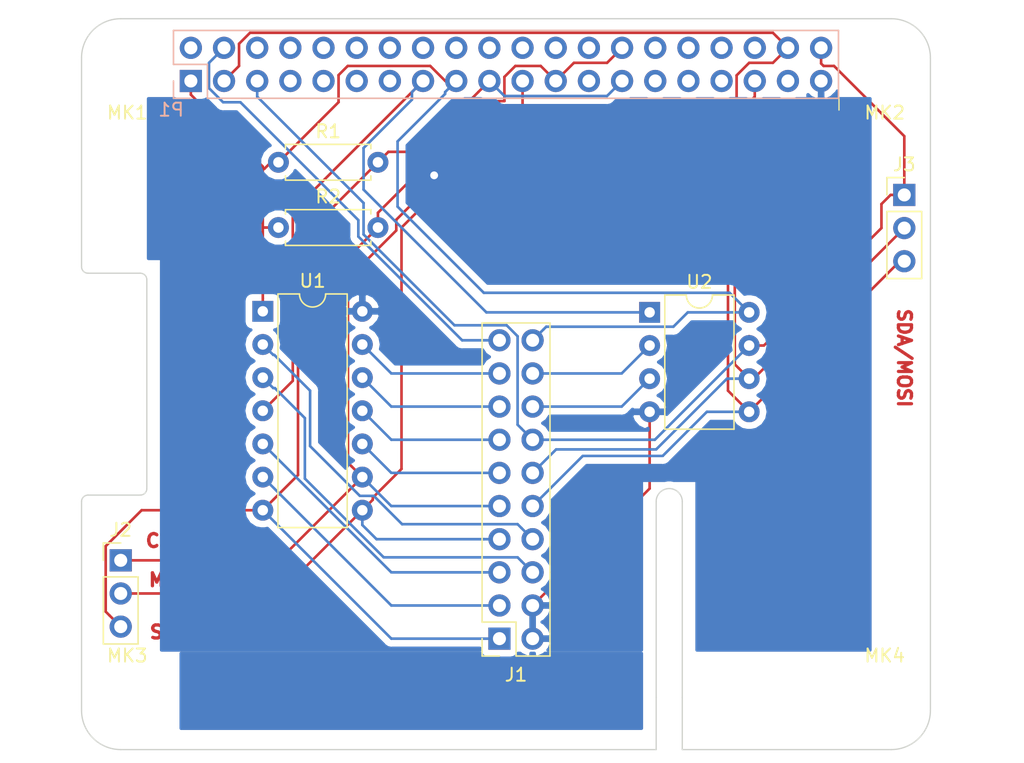
<source format=kicad_pcb>
(kicad_pcb (version 20171130) (host pcbnew 5.0.2-bee76a0~70~ubuntu18.04.1)

  (general
    (thickness 1.6)
    (drawings 32)
    (tracks 196)
    (zones 0)
    (modules 12)
    (nets 46)
  )

  (page A3)
  (title_block
    (date "15 nov 2012")
  )

  (layers
    (0 F.Cu signal)
    (31 B.Cu signal)
    (32 B.Adhes user)
    (33 F.Adhes user)
    (34 B.Paste user)
    (35 F.Paste user)
    (36 B.SilkS user)
    (37 F.SilkS user)
    (38 B.Mask user)
    (39 F.Mask user)
    (40 Dwgs.User user)
    (41 Cmts.User user)
    (42 Eco1.User user)
    (43 Eco2.User user)
    (44 Edge.Cuts user)
    (45 Margin user)
    (46 B.CrtYd user)
    (47 F.CrtYd user)
    (48 B.Fab user)
    (49 F.Fab user)
  )

  (setup
    (last_trace_width 0.2)
    (trace_clearance 0.2)
    (zone_clearance 0.508)
    (zone_45_only no)
    (trace_min 0.1524)
    (segment_width 0.1)
    (edge_width 0.1)
    (via_size 0.9)
    (via_drill 0.6)
    (via_min_size 0.8)
    (via_min_drill 0.5)
    (uvia_size 0.5)
    (uvia_drill 0.1)
    (uvias_allowed no)
    (uvia_min_size 0.5)
    (uvia_min_drill 0.1)
    (pcb_text_width 0.3)
    (pcb_text_size 1 1)
    (mod_edge_width 0.15)
    (mod_text_size 1 1)
    (mod_text_width 0.15)
    (pad_size 2.5 2.5)
    (pad_drill 2.5)
    (pad_to_mask_clearance 0)
    (solder_mask_min_width 0.25)
    (aux_axis_origin 200 150)
    (grid_origin 200 150)
    (visible_elements 7FFFFFFF)
    (pcbplotparams
      (layerselection 0x00030_80000001)
      (usegerberextensions true)
      (usegerberattributes false)
      (usegerberadvancedattributes false)
      (creategerberjobfile false)
      (excludeedgelayer true)
      (linewidth 0.150000)
      (plotframeref false)
      (viasonmask false)
      (mode 1)
      (useauxorigin false)
      (hpglpennumber 1)
      (hpglpenspeed 20)
      (hpglpendiameter 15.000000)
      (psnegative false)
      (psa4output false)
      (plotreference true)
      (plotvalue true)
      (plotinvisibletext false)
      (padsonsilk false)
      (subtractmaskfromsilk false)
      (outputformat 1)
      (mirror false)
      (drillshape 1)
      (scaleselection 1)
      (outputdirectory ""))
  )

  (net 0 "")
  (net 1 +3V3)
  (net 2 +5V)
  (net 3 GND)
  (net 4 /GPIO5)
  (net 5 /GPIO6)
  (net 6 /GPIO26)
  (net 7 "/GPIO2(SDA1)")
  (net 8 "/GPIO4(GCLK)")
  (net 9 "/GPIO14(TXD0)")
  (net 10 "/GPIO15(RXD0)")
  (net 11 "/GPIO17(GEN0)")
  (net 12 "/GPIO27(GEN2)")
  (net 13 "/GPIO22(GEN3)")
  (net 14 "/GPIO23(GEN4)")
  (net 15 "/GPIO24(GEN5)")
  (net 16 "/GPIO25(GEN6)")
  (net 17 "/GPIO18(GEN1)(PWM0)")
  (net 18 "/GPIO10(SPI0_MOSI)")
  (net 19 "/GPIO9(SPI0_MISO)")
  (net 20 "/GPIO11(SPI0_SCK)")
  (net 21 "/GPIO8(SPI0_CE_N)")
  (net 22 "/GPIO7(SPI1_CE_N)")
  (net 23 "/GPIO12(PWM0)")
  (net 24 "/GPIO13(PWM1)")
  (net 25 "/GPIO19(SPI1_MISO)")
  (net 26 /GPIO16)
  (net 27 "/GPIO21(SPI1_SCK)")
  (net 28 "Net-(J1-Pad3)")
  (net 29 "Net-(J1-Pad5)")
  (net 30 "Net-(J1-Pad6)")
  (net 31 "Net-(J1-Pad8)")
  (net 32 "Net-(J1-Pad15)")
  (net 33 "Net-(J1-Pad16)")
  (net 34 "Net-(J1-Pad17)")
  (net 35 "Net-(J1-Pad18)")
  (net 36 "Net-(J1-Pad11)")
  (net 37 "Net-(J1-Pad13)")
  (net 38 "Net-(P1-Pad14)")
  (net 39 "Net-(P1-Pad20)")
  (net 40 "Net-(P1-Pad25)")
  (net 41 "Net-(P1-Pad30)")
  (net 42 "Net-(P1-Pad2)")
  (net 43 "Net-(P1-Pad6)")
  (net 44 "Net-(P1-Pad9)")
  (net 45 "Net-(P1-Pad34)")

  (net_class Default "This is the default net class."
    (clearance 0.2)
    (trace_width 0.2)
    (via_dia 0.9)
    (via_drill 0.6)
    (uvia_dia 0.5)
    (uvia_drill 0.1)
    (add_net +3V3)
    (add_net +5V)
    (add_net "/GPIO10(SPI0_MOSI)")
    (add_net "/GPIO11(SPI0_SCK)")
    (add_net "/GPIO12(PWM0)")
    (add_net "/GPIO13(PWM1)")
    (add_net "/GPIO14(TXD0)")
    (add_net "/GPIO15(RXD0)")
    (add_net /GPIO16)
    (add_net "/GPIO17(GEN0)")
    (add_net "/GPIO18(GEN1)(PWM0)")
    (add_net "/GPIO19(SPI1_MISO)")
    (add_net "/GPIO2(SDA1)")
    (add_net "/GPIO21(SPI1_SCK)")
    (add_net "/GPIO22(GEN3)")
    (add_net "/GPIO23(GEN4)")
    (add_net "/GPIO24(GEN5)")
    (add_net "/GPIO25(GEN6)")
    (add_net /GPIO26)
    (add_net "/GPIO27(GEN2)")
    (add_net "/GPIO4(GCLK)")
    (add_net /GPIO5)
    (add_net /GPIO6)
    (add_net "/GPIO7(SPI1_CE_N)")
    (add_net "/GPIO8(SPI0_CE_N)")
    (add_net "/GPIO9(SPI0_MISO)")
    (add_net GND)
    (add_net "Net-(J1-Pad11)")
    (add_net "Net-(J1-Pad13)")
    (add_net "Net-(J1-Pad15)")
    (add_net "Net-(J1-Pad16)")
    (add_net "Net-(J1-Pad17)")
    (add_net "Net-(J1-Pad18)")
    (add_net "Net-(J1-Pad3)")
    (add_net "Net-(J1-Pad5)")
    (add_net "Net-(J1-Pad6)")
    (add_net "Net-(J1-Pad8)")
    (add_net "Net-(P1-Pad14)")
    (add_net "Net-(P1-Pad2)")
    (add_net "Net-(P1-Pad20)")
    (add_net "Net-(P1-Pad25)")
    (add_net "Net-(P1-Pad30)")
    (add_net "Net-(P1-Pad34)")
    (add_net "Net-(P1-Pad6)")
    (add_net "Net-(P1-Pad9)")
  )

  (net_class Power ""
    (clearance 0.2)
    (trace_width 0.5)
    (via_dia 1)
    (via_drill 0.7)
    (uvia_dia 0.5)
    (uvia_drill 0.1)
  )

  (module Connector_PinSocket_2.54mm:PinSocket_2x20_P2.54mm_Vertical (layer B.Cu) (tedit 5A19A433) (tstamp 5A793E9F)
    (at 208.37 98.77 270)
    (descr "Through hole straight socket strip, 2x20, 2.54mm pitch, double cols (from Kicad 4.0.7), script generated")
    (tags "Through hole socket strip THT 2x20 2.54mm double row")
    (path /59AD464A)
    (fp_text reference P1 (at 2.208 1.512) (layer B.SilkS)
      (effects (font (size 1 1) (thickness 0.15)) (justify mirror))
    )
    (fp_text value "Raspberry Pi" (at -1.27 -51.03 270) (layer B.Fab)
      (effects (font (size 1 1) (thickness 0.15)) (justify mirror))
    )
    (fp_line (start -3.81 1.27) (end 0.27 1.27) (layer B.Fab) (width 0.1))
    (fp_line (start 0.27 1.27) (end 1.27 0.27) (layer B.Fab) (width 0.1))
    (fp_line (start 1.27 0.27) (end 1.27 -49.53) (layer B.Fab) (width 0.1))
    (fp_line (start 1.27 -49.53) (end -3.81 -49.53) (layer B.Fab) (width 0.1))
    (fp_line (start -3.81 -49.53) (end -3.81 1.27) (layer B.Fab) (width 0.1))
    (fp_line (start -3.87 1.33) (end -1.27 1.33) (layer B.SilkS) (width 0.12))
    (fp_line (start -3.87 1.33) (end -3.87 -49.59) (layer B.SilkS) (width 0.12))
    (fp_line (start -3.87 -49.59) (end 1.33 -49.59) (layer B.SilkS) (width 0.12))
    (fp_line (start 1.33 -1.27) (end 1.33 -49.59) (layer B.SilkS) (width 0.12))
    (fp_line (start -1.27 -1.27) (end 1.33 -1.27) (layer B.SilkS) (width 0.12))
    (fp_line (start -1.27 1.33) (end -1.27 -1.27) (layer B.SilkS) (width 0.12))
    (fp_line (start 1.33 1.33) (end 1.33 0) (layer B.SilkS) (width 0.12))
    (fp_line (start 0 1.33) (end 1.33 1.33) (layer B.SilkS) (width 0.12))
    (fp_line (start -4.34 1.8) (end 1.76 1.8) (layer B.CrtYd) (width 0.05))
    (fp_line (start 1.76 1.8) (end 1.76 -50) (layer B.CrtYd) (width 0.05))
    (fp_line (start 1.76 -50) (end -4.34 -50) (layer B.CrtYd) (width 0.05))
    (fp_line (start -4.34 -50) (end -4.34 1.8) (layer B.CrtYd) (width 0.05))
    (fp_text user %R (at -1.27 -24.13 180) (layer B.Fab)
      (effects (font (size 1 1) (thickness 0.15)) (justify mirror))
    )
    (pad 1 thru_hole rect (at 0 0 270) (size 1.7 1.7) (drill 1) (layers *.Cu *.Mask)
      (net 1 +3V3))
    (pad 2 thru_hole oval (at -2.54 0 270) (size 1.7 1.7) (drill 1) (layers *.Cu *.Mask)
      (net 42 "Net-(P1-Pad2)"))
    (pad 3 thru_hole oval (at 0 -2.54 270) (size 1.7 1.7) (drill 1) (layers *.Cu *.Mask)
      (net 7 "/GPIO2(SDA1)"))
    (pad 4 thru_hole oval (at -2.54 -2.54 270) (size 1.7 1.7) (drill 1) (layers *.Cu *.Mask)
      (net 2 +5V))
    (pad 5 thru_hole oval (at 0 -5.08 270) (size 1.7 1.7) (drill 1) (layers *.Cu *.Mask)
      (net 27 "/GPIO21(SPI1_SCK)"))
    (pad 6 thru_hole oval (at -2.54 -5.08 270) (size 1.7 1.7) (drill 1) (layers *.Cu *.Mask)
      (net 43 "Net-(P1-Pad6)"))
    (pad 7 thru_hole oval (at 0 -7.62 270) (size 1.7 1.7) (drill 1) (layers *.Cu *.Mask)
      (net 8 "/GPIO4(GCLK)"))
    (pad 8 thru_hole oval (at -2.54 -7.62 270) (size 1.7 1.7) (drill 1) (layers *.Cu *.Mask)
      (net 9 "/GPIO14(TXD0)"))
    (pad 9 thru_hole oval (at 0 -10.16 270) (size 1.7 1.7) (drill 1) (layers *.Cu *.Mask)
      (net 44 "Net-(P1-Pad9)"))
    (pad 10 thru_hole oval (at -2.54 -10.16 270) (size 1.7 1.7) (drill 1) (layers *.Cu *.Mask)
      (net 10 "/GPIO15(RXD0)"))
    (pad 11 thru_hole oval (at 0 -12.7 270) (size 1.7 1.7) (drill 1) (layers *.Cu *.Mask)
      (net 11 "/GPIO17(GEN0)"))
    (pad 12 thru_hole oval (at -2.54 -12.7 270) (size 1.7 1.7) (drill 1) (layers *.Cu *.Mask)
      (net 17 "/GPIO18(GEN1)(PWM0)"))
    (pad 13 thru_hole oval (at 0 -15.24 270) (size 1.7 1.7) (drill 1) (layers *.Cu *.Mask)
      (net 12 "/GPIO27(GEN2)"))
    (pad 14 thru_hole oval (at -2.54 -15.24 270) (size 1.7 1.7) (drill 1) (layers *.Cu *.Mask)
      (net 38 "Net-(P1-Pad14)"))
    (pad 15 thru_hole oval (at 0 -17.78 270) (size 1.7 1.7) (drill 1) (layers *.Cu *.Mask)
      (net 13 "/GPIO22(GEN3)"))
    (pad 16 thru_hole oval (at -2.54 -17.78 270) (size 1.7 1.7) (drill 1) (layers *.Cu *.Mask)
      (net 14 "/GPIO23(GEN4)"))
    (pad 17 thru_hole oval (at 0 -20.32 270) (size 1.7 1.7) (drill 1) (layers *.Cu *.Mask)
      (net 1 +3V3))
    (pad 18 thru_hole oval (at -2.54 -20.32 270) (size 1.7 1.7) (drill 1) (layers *.Cu *.Mask)
      (net 15 "/GPIO24(GEN5)"))
    (pad 19 thru_hole oval (at 0 -22.86 270) (size 1.7 1.7) (drill 1) (layers *.Cu *.Mask)
      (net 18 "/GPIO10(SPI0_MOSI)"))
    (pad 20 thru_hole oval (at -2.54 -22.86 270) (size 1.7 1.7) (drill 1) (layers *.Cu *.Mask)
      (net 39 "Net-(P1-Pad20)"))
    (pad 21 thru_hole oval (at 0 -25.4 270) (size 1.7 1.7) (drill 1) (layers *.Cu *.Mask)
      (net 19 "/GPIO9(SPI0_MISO)"))
    (pad 22 thru_hole oval (at -2.54 -25.4 270) (size 1.7 1.7) (drill 1) (layers *.Cu *.Mask)
      (net 16 "/GPIO25(GEN6)"))
    (pad 23 thru_hole oval (at 0 -27.94 270) (size 1.7 1.7) (drill 1) (layers *.Cu *.Mask)
      (net 20 "/GPIO11(SPI0_SCK)"))
    (pad 24 thru_hole oval (at -2.54 -27.94 270) (size 1.7 1.7) (drill 1) (layers *.Cu *.Mask)
      (net 21 "/GPIO8(SPI0_CE_N)"))
    (pad 25 thru_hole oval (at 0 -30.48 270) (size 1.7 1.7) (drill 1) (layers *.Cu *.Mask)
      (net 40 "Net-(P1-Pad25)"))
    (pad 26 thru_hole oval (at -2.54 -30.48 270) (size 1.7 1.7) (drill 1) (layers *.Cu *.Mask)
      (net 22 "/GPIO7(SPI1_CE_N)"))
    (pad 27 thru_hole oval (at 0 -33.02 270) (size 1.7 1.7) (drill 1) (layers *.Cu *.Mask)
      (net 18 "/GPIO10(SPI0_MOSI)"))
    (pad 28 thru_hole oval (at -2.54 -33.02 270) (size 1.7 1.7) (drill 1) (layers *.Cu *.Mask)
      (net 20 "/GPIO11(SPI0_SCK)"))
    (pad 29 thru_hole oval (at 0 -35.56 270) (size 1.7 1.7) (drill 1) (layers *.Cu *.Mask)
      (net 4 /GPIO5))
    (pad 30 thru_hole oval (at -2.54 -35.56 270) (size 1.7 1.7) (drill 1) (layers *.Cu *.Mask)
      (net 41 "Net-(P1-Pad30)"))
    (pad 31 thru_hole oval (at 0 -38.1 270) (size 1.7 1.7) (drill 1) (layers *.Cu *.Mask)
      (net 5 /GPIO6))
    (pad 32 thru_hole oval (at -2.54 -38.1 270) (size 1.7 1.7) (drill 1) (layers *.Cu *.Mask)
      (net 23 "/GPIO12(PWM0)"))
    (pad 33 thru_hole oval (at 0 -40.64 270) (size 1.7 1.7) (drill 1) (layers *.Cu *.Mask)
      (net 24 "/GPIO13(PWM1)"))
    (pad 34 thru_hole oval (at -2.54 -40.64 270) (size 1.7 1.7) (drill 1) (layers *.Cu *.Mask)
      (net 45 "Net-(P1-Pad34)"))
    (pad 35 thru_hole oval (at 0 -43.18 270) (size 1.7 1.7) (drill 1) (layers *.Cu *.Mask)
      (net 25 "/GPIO19(SPI1_MISO)"))
    (pad 36 thru_hole oval (at -2.54 -43.18 270) (size 1.7 1.7) (drill 1) (layers *.Cu *.Mask)
      (net 26 /GPIO16))
    (pad 37 thru_hole oval (at 0 -45.72 270) (size 1.7 1.7) (drill 1) (layers *.Cu *.Mask)
      (net 6 /GPIO26))
    (pad 38 thru_hole oval (at -2.54 -45.72 270) (size 1.7 1.7) (drill 1) (layers *.Cu *.Mask)
      (net 7 "/GPIO2(SDA1)"))
    (pad 39 thru_hole oval (at 0 -48.26 270) (size 1.7 1.7) (drill 1) (layers *.Cu *.Mask)
      (net 3 GND))
    (pad 40 thru_hole oval (at -2.54 -48.26 270) (size 1.7 1.7) (drill 1) (layers *.Cu *.Mask)
      (net 27 "/GPIO21(SPI1_SCK)"))
    (model ${KISYS3DMOD}/Connector_PinSocket_2.54mm.3dshapes/PinSocket_2x20_P2.54mm_Vertical.wrl
      (at (xyz 0 0 0))
      (scale (xyz 1 1 1))
      (rotate (xyz 0 0 0))
    )
  )

  (module MountingHole:MountingHole_2.7mm_M2.5 (layer F.Cu) (tedit 56D1B4CB) (tstamp 5A793E98)
    (at 261.5 146.5)
    (descr "Mounting Hole 2.7mm, no annular, M2.5")
    (tags "mounting hole 2.7mm no annular m2.5")
    (path /5834FC4F)
    (attr virtual)
    (fp_text reference MK4 (at 0 -3.7) (layer F.SilkS)
      (effects (font (size 1 1) (thickness 0.15)))
    )
    (fp_text value M2.5 (at 0 3.7) (layer F.Fab)
      (effects (font (size 1 1) (thickness 0.15)))
    )
    (fp_circle (center 0 0) (end 2.95 0) (layer F.CrtYd) (width 0.05))
    (fp_circle (center 0 0) (end 2.7 0) (layer Cmts.User) (width 0.15))
    (fp_text user %R (at 0.3 0) (layer F.Fab)
      (effects (font (size 1 1) (thickness 0.15)))
    )
    (pad 1 np_thru_hole circle (at 0 0) (size 2.7 2.7) (drill 2.7) (layers *.Cu *.Mask))
  )

  (module MountingHole:MountingHole_2.7mm_M2.5 (layer F.Cu) (tedit 56D1B4CB) (tstamp 5A793E91)
    (at 203.5 146.5)
    (descr "Mounting Hole 2.7mm, no annular, M2.5")
    (tags "mounting hole 2.7mm no annular m2.5")
    (path /5834FBEF)
    (attr virtual)
    (fp_text reference MK3 (at 0 -3.7) (layer F.SilkS)
      (effects (font (size 1 1) (thickness 0.15)))
    )
    (fp_text value M2.5 (at 0 3.7) (layer F.Fab)
      (effects (font (size 1 1) (thickness 0.15)))
    )
    (fp_text user %R (at 0.3 0) (layer F.Fab)
      (effects (font (size 1 1) (thickness 0.15)))
    )
    (fp_circle (center 0 0) (end 2.7 0) (layer Cmts.User) (width 0.15))
    (fp_circle (center 0 0) (end 2.95 0) (layer F.CrtYd) (width 0.05))
    (pad 1 np_thru_hole circle (at 0 0) (size 2.7 2.7) (drill 2.7) (layers *.Cu *.Mask))
  )

  (module MountingHole:MountingHole_2.7mm_M2.5 (layer F.Cu) (tedit 56D1B4CB) (tstamp 5A793E8A)
    (at 261.5 97.5 180)
    (descr "Mounting Hole 2.7mm, no annular, M2.5")
    (tags "mounting hole 2.7mm no annular m2.5")
    (path /5834FC19)
    (attr virtual)
    (fp_text reference MK2 (at 0 -3.7 180) (layer F.SilkS)
      (effects (font (size 1 1) (thickness 0.15)))
    )
    (fp_text value M2.5 (at 0 3.7 180) (layer F.Fab)
      (effects (font (size 1 1) (thickness 0.15)))
    )
    (fp_circle (center 0 0) (end 2.95 0) (layer F.CrtYd) (width 0.05))
    (fp_circle (center 0 0) (end 2.7 0) (layer Cmts.User) (width 0.15))
    (fp_text user %R (at 0.3 0 180) (layer F.Fab)
      (effects (font (size 1 1) (thickness 0.15)))
    )
    (pad 1 np_thru_hole circle (at 0 0 180) (size 2.7 2.7) (drill 2.7) (layers *.Cu *.Mask))
  )

  (module MountingHole:MountingHole_2.7mm_M2.5 (layer F.Cu) (tedit 56D1B4CB) (tstamp 5A793E83)
    (at 203.5 97.5 180)
    (descr "Mounting Hole 2.7mm, no annular, M2.5")
    (tags "mounting hole 2.7mm no annular m2.5")
    (path /5834FB2E)
    (attr virtual)
    (fp_text reference MK1 (at 0 -3.7 180) (layer F.SilkS)
      (effects (font (size 1 1) (thickness 0.15)))
    )
    (fp_text value M2.5 (at 0 3.7 180) (layer F.Fab)
      (effects (font (size 1 1) (thickness 0.15)))
    )
    (fp_text user %R (at 0.3 0 180) (layer F.Fab)
      (effects (font (size 1 1) (thickness 0.15)))
    )
    (fp_circle (center 0 0) (end 2.7 0) (layer Cmts.User) (width 0.15))
    (fp_circle (center 0 0) (end 2.95 0) (layer F.CrtYd) (width 0.05))
    (pad 1 np_thru_hole circle (at 0 0 180) (size 2.7 2.7) (drill 2.7) (layers *.Cu *.Mask))
  )

  (module Connector_PinSocket_2.54mm:PinSocket_2x10_P2.54mm_Vertical (layer F.Cu) (tedit 5A19A427) (tstamp 5C9C0D27)
    (at 232 141.5 180)
    (descr "Through hole straight socket strip, 2x10, 2.54mm pitch, double cols (from Kicad 4.0.7), script generated")
    (tags "Through hole socket strip THT 2x10 2.54mm double row")
    (path /5C99E63B)
    (fp_text reference J1 (at -1.27 -2.77 180) (layer F.SilkS)
      (effects (font (size 1 1) (thickness 0.15)))
    )
    (fp_text value "Daughter Board Connector" (at -1.27 25.63 180) (layer F.Fab)
      (effects (font (size 1 1) (thickness 0.15)))
    )
    (fp_line (start -3.81 -1.27) (end 0.27 -1.27) (layer F.Fab) (width 0.1))
    (fp_line (start 0.27 -1.27) (end 1.27 -0.27) (layer F.Fab) (width 0.1))
    (fp_line (start 1.27 -0.27) (end 1.27 24.13) (layer F.Fab) (width 0.1))
    (fp_line (start 1.27 24.13) (end -3.81 24.13) (layer F.Fab) (width 0.1))
    (fp_line (start -3.81 24.13) (end -3.81 -1.27) (layer F.Fab) (width 0.1))
    (fp_line (start -3.87 -1.33) (end -1.27 -1.33) (layer F.SilkS) (width 0.12))
    (fp_line (start -3.87 -1.33) (end -3.87 24.19) (layer F.SilkS) (width 0.12))
    (fp_line (start -3.87 24.19) (end 1.33 24.19) (layer F.SilkS) (width 0.12))
    (fp_line (start 1.33 1.27) (end 1.33 24.19) (layer F.SilkS) (width 0.12))
    (fp_line (start -1.27 1.27) (end 1.33 1.27) (layer F.SilkS) (width 0.12))
    (fp_line (start -1.27 -1.33) (end -1.27 1.27) (layer F.SilkS) (width 0.12))
    (fp_line (start 1.33 -1.33) (end 1.33 0) (layer F.SilkS) (width 0.12))
    (fp_line (start 0 -1.33) (end 1.33 -1.33) (layer F.SilkS) (width 0.12))
    (fp_line (start -4.34 -1.8) (end 1.76 -1.8) (layer F.CrtYd) (width 0.05))
    (fp_line (start 1.76 -1.8) (end 1.76 24.6) (layer F.CrtYd) (width 0.05))
    (fp_line (start 1.76 24.6) (end -4.34 24.6) (layer F.CrtYd) (width 0.05))
    (fp_line (start -4.34 24.6) (end -4.34 -1.8) (layer F.CrtYd) (width 0.05))
    (fp_text user %R (at -1.27 11.43 270) (layer F.Fab)
      (effects (font (size 1 1) (thickness 0.15)))
    )
    (pad 1 thru_hole rect (at 0 0 180) (size 1.7 1.7) (drill 1) (layers *.Cu *.Mask)
      (net 18 "/GPIO10(SPI0_MOSI)"))
    (pad 2 thru_hole oval (at -2.54 0 180) (size 1.7 1.7) (drill 1) (layers *.Cu *.Mask)
      (net 3 GND))
    (pad 3 thru_hole oval (at 0 2.54 180) (size 1.7 1.7) (drill 1) (layers *.Cu *.Mask)
      (net 28 "Net-(J1-Pad3)"))
    (pad 4 thru_hole oval (at -2.54 2.54 180) (size 1.7 1.7) (drill 1) (layers *.Cu *.Mask)
      (net 3 GND))
    (pad 5 thru_hole oval (at 0 5.08 180) (size 1.7 1.7) (drill 1) (layers *.Cu *.Mask)
      (net 29 "Net-(J1-Pad5)"))
    (pad 6 thru_hole oval (at -2.54 5.08 180) (size 1.7 1.7) (drill 1) (layers *.Cu *.Mask)
      (net 30 "Net-(J1-Pad6)"))
    (pad 7 thru_hole oval (at 0 7.62 180) (size 1.7 1.7) (drill 1) (layers *.Cu *.Mask)
      (net 19 "/GPIO9(SPI0_MISO)"))
    (pad 8 thru_hole oval (at -2.54 7.62 180) (size 1.7 1.7) (drill 1) (layers *.Cu *.Mask)
      (net 31 "Net-(J1-Pad8)"))
    (pad 9 thru_hole oval (at 0 10.16 180) (size 1.7 1.7) (drill 1) (layers *.Cu *.Mask)
      (net 20 "/GPIO11(SPI0_SCK)"))
    (pad 10 thru_hole oval (at -2.54 10.16 180) (size 1.7 1.7) (drill 1) (layers *.Cu *.Mask)
      (net 7 "/GPIO2(SDA1)"))
    (pad 11 thru_hole oval (at 0 12.7 180) (size 1.7 1.7) (drill 1) (layers *.Cu *.Mask)
      (net 36 "Net-(J1-Pad11)"))
    (pad 12 thru_hole oval (at -2.54 12.7 180) (size 1.7 1.7) (drill 1) (layers *.Cu *.Mask)
      (net 25 "/GPIO19(SPI1_MISO)"))
    (pad 13 thru_hole oval (at 0 15.24 180) (size 1.7 1.7) (drill 1) (layers *.Cu *.Mask)
      (net 37 "Net-(J1-Pad13)"))
    (pad 14 thru_hole oval (at -2.54 15.24 180) (size 1.7 1.7) (drill 1) (layers *.Cu *.Mask)
      (net 27 "/GPIO21(SPI1_SCK)"))
    (pad 15 thru_hole oval (at 0 17.78 180) (size 1.7 1.7) (drill 1) (layers *.Cu *.Mask)
      (net 32 "Net-(J1-Pad15)"))
    (pad 16 thru_hole oval (at -2.54 17.78 180) (size 1.7 1.7) (drill 1) (layers *.Cu *.Mask)
      (net 33 "Net-(J1-Pad16)"))
    (pad 17 thru_hole oval (at 0 20.32 180) (size 1.7 1.7) (drill 1) (layers *.Cu *.Mask)
      (net 34 "Net-(J1-Pad17)"))
    (pad 18 thru_hole oval (at -2.54 20.32 180) (size 1.7 1.7) (drill 1) (layers *.Cu *.Mask)
      (net 35 "Net-(J1-Pad18)"))
    (pad 19 thru_hole oval (at 0 22.86 180) (size 1.7 1.7) (drill 1) (layers *.Cu *.Mask)
      (net 2 +5V))
    (pad 20 thru_hole oval (at -2.54 22.86 180) (size 1.7 1.7) (drill 1) (layers *.Cu *.Mask)
      (net 1 +3V3))
    (model ${KISYS3DMOD}/Connector_PinSocket_2.54mm.3dshapes/PinSocket_2x10_P2.54mm_Vertical.wrl
      (at (xyz 0 0 0))
      (scale (xyz 1 1 1))
      (rotate (xyz 0 0 0))
    )
  )

  (module Connector_PinHeader_2.54mm:PinHeader_1x03_P2.54mm_Vertical (layer F.Cu) (tedit 59FED5CC) (tstamp 5C9C0D3E)
    (at 203 135.5)
    (descr "Through hole straight pin header, 1x03, 2.54mm pitch, single row")
    (tags "Through hole pin header THT 1x03 2.54mm single row")
    (path /5C9686BC)
    (fp_text reference J2 (at 0 -2.33) (layer F.SilkS)
      (effects (font (size 1 1) (thickness 0.15)))
    )
    (fp_text value "ATtiny84 I2C/SPI Debug" (at 0 7.41) (layer F.Fab)
      (effects (font (size 1 1) (thickness 0.15)))
    )
    (fp_text user %R (at 0 2.54 90) (layer F.Fab)
      (effects (font (size 1 1) (thickness 0.15)))
    )
    (fp_line (start 1.8 -1.8) (end -1.8 -1.8) (layer F.CrtYd) (width 0.05))
    (fp_line (start 1.8 6.85) (end 1.8 -1.8) (layer F.CrtYd) (width 0.05))
    (fp_line (start -1.8 6.85) (end 1.8 6.85) (layer F.CrtYd) (width 0.05))
    (fp_line (start -1.8 -1.8) (end -1.8 6.85) (layer F.CrtYd) (width 0.05))
    (fp_line (start -1.33 -1.33) (end 0 -1.33) (layer F.SilkS) (width 0.12))
    (fp_line (start -1.33 0) (end -1.33 -1.33) (layer F.SilkS) (width 0.12))
    (fp_line (start -1.33 1.27) (end 1.33 1.27) (layer F.SilkS) (width 0.12))
    (fp_line (start 1.33 1.27) (end 1.33 6.41) (layer F.SilkS) (width 0.12))
    (fp_line (start -1.33 1.27) (end -1.33 6.41) (layer F.SilkS) (width 0.12))
    (fp_line (start -1.33 6.41) (end 1.33 6.41) (layer F.SilkS) (width 0.12))
    (fp_line (start -1.27 -0.635) (end -0.635 -1.27) (layer F.Fab) (width 0.1))
    (fp_line (start -1.27 6.35) (end -1.27 -0.635) (layer F.Fab) (width 0.1))
    (fp_line (start 1.27 6.35) (end -1.27 6.35) (layer F.Fab) (width 0.1))
    (fp_line (start 1.27 -1.27) (end 1.27 6.35) (layer F.Fab) (width 0.1))
    (fp_line (start -0.635 -1.27) (end 1.27 -1.27) (layer F.Fab) (width 0.1))
    (pad 3 thru_hole oval (at 0 5.08) (size 1.7 1.7) (drill 1) (layers *.Cu *.Mask)
      (net 18 "/GPIO10(SPI0_MOSI)"))
    (pad 2 thru_hole oval (at 0 2.54) (size 1.7 1.7) (drill 1) (layers *.Cu *.Mask)
      (net 19 "/GPIO9(SPI0_MISO)"))
    (pad 1 thru_hole rect (at 0 0) (size 1.7 1.7) (drill 1) (layers *.Cu *.Mask)
      (net 20 "/GPIO11(SPI0_SCK)"))
    (model ${KISYS3DMOD}/Connector_PinHeader_2.54mm.3dshapes/PinHeader_1x03_P2.54mm_Vertical.wrl
      (at (xyz 0 0 0))
      (scale (xyz 1 1 1))
      (rotate (xyz 0 0 0))
    )
  )

  (module Connector_PinHeader_2.54mm:PinHeader_1x03_P2.54mm_Vertical (layer F.Cu) (tedit 59FED5CC) (tstamp 5C9C0D55)
    (at 263 107.5)
    (descr "Through hole straight pin header, 1x03, 2.54mm pitch, single row")
    (tags "Through hole pin header THT 1x03 2.54mm single row")
    (path /5C9685F6)
    (fp_text reference J3 (at 0 -2.33) (layer F.SilkS)
      (effects (font (size 1 1) (thickness 0.15)))
    )
    (fp_text value "ATtiny85 I2c/SPI Debug" (at 0 7.41) (layer F.Fab)
      (effects (font (size 1 1) (thickness 0.15)))
    )
    (fp_line (start -0.635 -1.27) (end 1.27 -1.27) (layer F.Fab) (width 0.1))
    (fp_line (start 1.27 -1.27) (end 1.27 6.35) (layer F.Fab) (width 0.1))
    (fp_line (start 1.27 6.35) (end -1.27 6.35) (layer F.Fab) (width 0.1))
    (fp_line (start -1.27 6.35) (end -1.27 -0.635) (layer F.Fab) (width 0.1))
    (fp_line (start -1.27 -0.635) (end -0.635 -1.27) (layer F.Fab) (width 0.1))
    (fp_line (start -1.33 6.41) (end 1.33 6.41) (layer F.SilkS) (width 0.12))
    (fp_line (start -1.33 1.27) (end -1.33 6.41) (layer F.SilkS) (width 0.12))
    (fp_line (start 1.33 1.27) (end 1.33 6.41) (layer F.SilkS) (width 0.12))
    (fp_line (start -1.33 1.27) (end 1.33 1.27) (layer F.SilkS) (width 0.12))
    (fp_line (start -1.33 0) (end -1.33 -1.33) (layer F.SilkS) (width 0.12))
    (fp_line (start -1.33 -1.33) (end 0 -1.33) (layer F.SilkS) (width 0.12))
    (fp_line (start -1.8 -1.8) (end -1.8 6.85) (layer F.CrtYd) (width 0.05))
    (fp_line (start -1.8 6.85) (end 1.8 6.85) (layer F.CrtYd) (width 0.05))
    (fp_line (start 1.8 6.85) (end 1.8 -1.8) (layer F.CrtYd) (width 0.05))
    (fp_line (start 1.8 -1.8) (end -1.8 -1.8) (layer F.CrtYd) (width 0.05))
    (fp_text user %R (at 0 2.54 90) (layer F.Fab)
      (effects (font (size 1 1) (thickness 0.15)))
    )
    (pad 1 thru_hole rect (at 0 0) (size 1.7 1.7) (drill 1) (layers *.Cu *.Mask)
      (net 27 "/GPIO21(SPI1_SCK)"))
    (pad 2 thru_hole oval (at 0 2.54) (size 1.7 1.7) (drill 1) (layers *.Cu *.Mask)
      (net 25 "/GPIO19(SPI1_MISO)"))
    (pad 3 thru_hole oval (at 0 5.08) (size 1.7 1.7) (drill 1) (layers *.Cu *.Mask)
      (net 7 "/GPIO2(SDA1)"))
    (model ${KISYS3DMOD}/Connector_PinHeader_2.54mm.3dshapes/PinHeader_1x03_P2.54mm_Vertical.wrl
      (at (xyz 0 0 0))
      (scale (xyz 1 1 1))
      (rotate (xyz 0 0 0))
    )
  )

  (module Package_DIP:DIP-14_W7.62mm (layer F.Cu) (tedit 5A02E8C5) (tstamp 5C9C0D95)
    (at 213.88 116.42)
    (descr "14-lead though-hole mounted DIP package, row spacing 7.62 mm (300 mils)")
    (tags "THT DIP DIL PDIP 2.54mm 7.62mm 300mil")
    (path /5C95B743)
    (fp_text reference U1 (at 3.81 -2.33) (layer F.SilkS)
      (effects (font (size 1 1) (thickness 0.15)))
    )
    (fp_text value ATtiny84-20PU (at 3.81 17.57) (layer F.Fab)
      (effects (font (size 1 1) (thickness 0.15)))
    )
    (fp_arc (start 3.81 -1.33) (end 2.81 -1.33) (angle -180) (layer F.SilkS) (width 0.12))
    (fp_line (start 1.635 -1.27) (end 6.985 -1.27) (layer F.Fab) (width 0.1))
    (fp_line (start 6.985 -1.27) (end 6.985 16.51) (layer F.Fab) (width 0.1))
    (fp_line (start 6.985 16.51) (end 0.635 16.51) (layer F.Fab) (width 0.1))
    (fp_line (start 0.635 16.51) (end 0.635 -0.27) (layer F.Fab) (width 0.1))
    (fp_line (start 0.635 -0.27) (end 1.635 -1.27) (layer F.Fab) (width 0.1))
    (fp_line (start 2.81 -1.33) (end 1.16 -1.33) (layer F.SilkS) (width 0.12))
    (fp_line (start 1.16 -1.33) (end 1.16 16.57) (layer F.SilkS) (width 0.12))
    (fp_line (start 1.16 16.57) (end 6.46 16.57) (layer F.SilkS) (width 0.12))
    (fp_line (start 6.46 16.57) (end 6.46 -1.33) (layer F.SilkS) (width 0.12))
    (fp_line (start 6.46 -1.33) (end 4.81 -1.33) (layer F.SilkS) (width 0.12))
    (fp_line (start -1.1 -1.55) (end -1.1 16.8) (layer F.CrtYd) (width 0.05))
    (fp_line (start -1.1 16.8) (end 8.7 16.8) (layer F.CrtYd) (width 0.05))
    (fp_line (start 8.7 16.8) (end 8.7 -1.55) (layer F.CrtYd) (width 0.05))
    (fp_line (start 8.7 -1.55) (end -1.1 -1.55) (layer F.CrtYd) (width 0.05))
    (fp_text user %R (at 3.81 7.62) (layer F.Fab)
      (effects (font (size 1 1) (thickness 0.15)))
    )
    (pad 1 thru_hole rect (at 0 0) (size 1.6 1.6) (drill 0.8) (layers *.Cu *.Mask)
      (net 1 +3V3))
    (pad 8 thru_hole oval (at 7.62 15.24) (size 1.6 1.6) (drill 0.8) (layers *.Cu *.Mask)
      (net 19 "/GPIO9(SPI0_MISO)"))
    (pad 2 thru_hole oval (at 0 2.54) (size 1.6 1.6) (drill 0.8) (layers *.Cu *.Mask)
      (net 31 "Net-(J1-Pad8)"))
    (pad 9 thru_hole oval (at 7.62 12.7) (size 1.6 1.6) (drill 0.8) (layers *.Cu *.Mask)
      (net 20 "/GPIO11(SPI0_SCK)"))
    (pad 3 thru_hole oval (at 0 5.08) (size 1.6 1.6) (drill 0.8) (layers *.Cu *.Mask)
      (net 30 "Net-(J1-Pad6)"))
    (pad 10 thru_hole oval (at 7.62 10.16) (size 1.6 1.6) (drill 0.8) (layers *.Cu *.Mask)
      (net 36 "Net-(J1-Pad11)"))
    (pad 4 thru_hole oval (at 0 7.62) (size 1.6 1.6) (drill 0.8) (layers *.Cu *.Mask)
      (net 13 "/GPIO22(GEN3)"))
    (pad 11 thru_hole oval (at 7.62 7.62) (size 1.6 1.6) (drill 0.8) (layers *.Cu *.Mask)
      (net 37 "Net-(J1-Pad13)"))
    (pad 5 thru_hole oval (at 0 10.16) (size 1.6 1.6) (drill 0.8) (layers *.Cu *.Mask)
      (net 29 "Net-(J1-Pad5)"))
    (pad 12 thru_hole oval (at 7.62 5.08) (size 1.6 1.6) (drill 0.8) (layers *.Cu *.Mask)
      (net 32 "Net-(J1-Pad15)"))
    (pad 6 thru_hole oval (at 0 12.7) (size 1.6 1.6) (drill 0.8) (layers *.Cu *.Mask)
      (net 28 "Net-(J1-Pad3)"))
    (pad 13 thru_hole oval (at 7.62 2.54) (size 1.6 1.6) (drill 0.8) (layers *.Cu *.Mask)
      (net 34 "Net-(J1-Pad17)"))
    (pad 7 thru_hole oval (at 0 15.24) (size 1.6 1.6) (drill 0.8) (layers *.Cu *.Mask)
      (net 18 "/GPIO10(SPI0_MOSI)"))
    (pad 14 thru_hole oval (at 7.62 0) (size 1.6 1.6) (drill 0.8) (layers *.Cu *.Mask)
      (net 3 GND))
    (model ${KISYS3DMOD}/Package_DIP.3dshapes/DIP-14_W7.62mm.wrl
      (at (xyz 0 0 0))
      (scale (xyz 1 1 1))
      (rotate (xyz 0 0 0))
    )
  )

  (module Package_DIP:DIP-8_W7.62mm (layer F.Cu) (tedit 5A02E8C5) (tstamp 5C9C0DB1)
    (at 243.5 116.5)
    (descr "8-lead though-hole mounted DIP package, row spacing 7.62 mm (300 mils)")
    (tags "THT DIP DIL PDIP 2.54mm 7.62mm 300mil")
    (path /5C95B8B2)
    (fp_text reference U2 (at 3.81 -2.33) (layer F.SilkS)
      (effects (font (size 1 1) (thickness 0.15)))
    )
    (fp_text value ATtiny85-20PU (at 3.81 9.95) (layer F.Fab)
      (effects (font (size 1 1) (thickness 0.15)))
    )
    (fp_arc (start 3.81 -1.33) (end 2.81 -1.33) (angle -180) (layer F.SilkS) (width 0.12))
    (fp_line (start 1.635 -1.27) (end 6.985 -1.27) (layer F.Fab) (width 0.1))
    (fp_line (start 6.985 -1.27) (end 6.985 8.89) (layer F.Fab) (width 0.1))
    (fp_line (start 6.985 8.89) (end 0.635 8.89) (layer F.Fab) (width 0.1))
    (fp_line (start 0.635 8.89) (end 0.635 -0.27) (layer F.Fab) (width 0.1))
    (fp_line (start 0.635 -0.27) (end 1.635 -1.27) (layer F.Fab) (width 0.1))
    (fp_line (start 2.81 -1.33) (end 1.16 -1.33) (layer F.SilkS) (width 0.12))
    (fp_line (start 1.16 -1.33) (end 1.16 8.95) (layer F.SilkS) (width 0.12))
    (fp_line (start 1.16 8.95) (end 6.46 8.95) (layer F.SilkS) (width 0.12))
    (fp_line (start 6.46 8.95) (end 6.46 -1.33) (layer F.SilkS) (width 0.12))
    (fp_line (start 6.46 -1.33) (end 4.81 -1.33) (layer F.SilkS) (width 0.12))
    (fp_line (start -1.1 -1.55) (end -1.1 9.15) (layer F.CrtYd) (width 0.05))
    (fp_line (start -1.1 9.15) (end 8.7 9.15) (layer F.CrtYd) (width 0.05))
    (fp_line (start 8.7 9.15) (end 8.7 -1.55) (layer F.CrtYd) (width 0.05))
    (fp_line (start 8.7 -1.55) (end -1.1 -1.55) (layer F.CrtYd) (width 0.05))
    (fp_text user %R (at 3.81 3.81) (layer F.Fab)
      (effects (font (size 1 1) (thickness 0.15)))
    )
    (pad 1 thru_hole rect (at 0 0) (size 1.6 1.6) (drill 0.8) (layers *.Cu *.Mask)
      (net 13 "/GPIO22(GEN3)"))
    (pad 5 thru_hole oval (at 7.62 7.62) (size 1.6 1.6) (drill 0.8) (layers *.Cu *.Mask)
      (net 7 "/GPIO2(SDA1)"))
    (pad 2 thru_hole oval (at 0 2.54) (size 1.6 1.6) (drill 0.8) (layers *.Cu *.Mask)
      (net 35 "Net-(J1-Pad18)"))
    (pad 6 thru_hole oval (at 7.62 5.08) (size 1.6 1.6) (drill 0.8) (layers *.Cu *.Mask)
      (net 25 "/GPIO19(SPI1_MISO)"))
    (pad 3 thru_hole oval (at 0 5.08) (size 1.6 1.6) (drill 0.8) (layers *.Cu *.Mask)
      (net 33 "Net-(J1-Pad16)"))
    (pad 7 thru_hole oval (at 7.62 2.54) (size 1.6 1.6) (drill 0.8) (layers *.Cu *.Mask)
      (net 27 "/GPIO21(SPI1_SCK)"))
    (pad 4 thru_hole oval (at 0 7.62) (size 1.6 1.6) (drill 0.8) (layers *.Cu *.Mask)
      (net 3 GND))
    (pad 8 thru_hole oval (at 7.62 0) (size 1.6 1.6) (drill 0.8) (layers *.Cu *.Mask)
      (net 1 +3V3))
    (model ${KISYS3DMOD}/Package_DIP.3dshapes/DIP-8_W7.62mm.wrl
      (at (xyz 0 0 0))
      (scale (xyz 1 1 1))
      (rotate (xyz 0 0 0))
    )
  )

  (module Resistor_THT:R_Axial_DIN0207_L6.3mm_D2.5mm_P7.62mm_Horizontal (layer F.Cu) (tedit 5AE5139B) (tstamp 5C9C181A)
    (at 215.075001 105)
    (descr "Resistor, Axial_DIN0207 series, Axial, Horizontal, pin pitch=7.62mm, 0.25W = 1/4W, length*diameter=6.3*2.5mm^2, http://cdn-reichelt.de/documents/datenblatt/B400/1_4W%23YAG.pdf")
    (tags "Resistor Axial_DIN0207 series Axial Horizontal pin pitch 7.62mm 0.25W = 1/4W length 6.3mm diameter 2.5mm")
    (path /5CB34A48)
    (fp_text reference R1 (at 3.81 -2.37) (layer F.SilkS)
      (effects (font (size 1 1) (thickness 0.15)))
    )
    (fp_text value 1K (at 3.81 2.37) (layer F.Fab)
      (effects (font (size 1 1) (thickness 0.15)))
    )
    (fp_line (start 0.66 -1.25) (end 0.66 1.25) (layer F.Fab) (width 0.1))
    (fp_line (start 0.66 1.25) (end 6.96 1.25) (layer F.Fab) (width 0.1))
    (fp_line (start 6.96 1.25) (end 6.96 -1.25) (layer F.Fab) (width 0.1))
    (fp_line (start 6.96 -1.25) (end 0.66 -1.25) (layer F.Fab) (width 0.1))
    (fp_line (start 0 0) (end 0.66 0) (layer F.Fab) (width 0.1))
    (fp_line (start 7.62 0) (end 6.96 0) (layer F.Fab) (width 0.1))
    (fp_line (start 0.54 -1.04) (end 0.54 -1.37) (layer F.SilkS) (width 0.12))
    (fp_line (start 0.54 -1.37) (end 7.08 -1.37) (layer F.SilkS) (width 0.12))
    (fp_line (start 7.08 -1.37) (end 7.08 -1.04) (layer F.SilkS) (width 0.12))
    (fp_line (start 0.54 1.04) (end 0.54 1.37) (layer F.SilkS) (width 0.12))
    (fp_line (start 0.54 1.37) (end 7.08 1.37) (layer F.SilkS) (width 0.12))
    (fp_line (start 7.08 1.37) (end 7.08 1.04) (layer F.SilkS) (width 0.12))
    (fp_line (start -1.05 -1.5) (end -1.05 1.5) (layer F.CrtYd) (width 0.05))
    (fp_line (start -1.05 1.5) (end 8.67 1.5) (layer F.CrtYd) (width 0.05))
    (fp_line (start 8.67 1.5) (end 8.67 -1.5) (layer F.CrtYd) (width 0.05))
    (fp_line (start 8.67 -1.5) (end -1.05 -1.5) (layer F.CrtYd) (width 0.05))
    (fp_text user %R (at 3.81 0) (layer F.Fab)
      (effects (font (size 1 1) (thickness 0.15)))
    )
    (pad 1 thru_hole circle (at 0 0) (size 1.6 1.6) (drill 0.8) (layers *.Cu *.Mask)
      (net 1 +3V3))
    (pad 2 thru_hole oval (at 7.62 0) (size 1.6 1.6) (drill 0.8) (layers *.Cu *.Mask)
      (net 18 "/GPIO10(SPI0_MOSI)"))
    (model ${KISYS3DMOD}/Resistor_THT.3dshapes/R_Axial_DIN0207_L6.3mm_D2.5mm_P7.62mm_Horizontal.wrl
      (at (xyz 0 0 0))
      (scale (xyz 1 1 1))
      (rotate (xyz 0 0 0))
    )
  )

  (module Resistor_THT:R_Axial_DIN0207_L6.3mm_D2.5mm_P7.62mm_Horizontal (layer F.Cu) (tedit 5AE5139B) (tstamp 5C9C1831)
    (at 215.075001 110)
    (descr "Resistor, Axial_DIN0207 series, Axial, Horizontal, pin pitch=7.62mm, 0.25W = 1/4W, length*diameter=6.3*2.5mm^2, http://cdn-reichelt.de/documents/datenblatt/B400/1_4W%23YAG.pdf")
    (tags "Resistor Axial_DIN0207 series Axial Horizontal pin pitch 7.62mm 0.25W = 1/4W length 6.3mm diameter 2.5mm")
    (path /5CB34ACD)
    (fp_text reference R2 (at 3.81 -2.37) (layer F.SilkS)
      (effects (font (size 1 1) (thickness 0.15)))
    )
    (fp_text value 1K (at 3.81 2.37) (layer F.Fab)
      (effects (font (size 1 1) (thickness 0.15)))
    )
    (fp_text user %R (at 3.81 0) (layer F.Fab)
      (effects (font (size 1 1) (thickness 0.15)))
    )
    (fp_line (start 8.67 -1.5) (end -1.05 -1.5) (layer F.CrtYd) (width 0.05))
    (fp_line (start 8.67 1.5) (end 8.67 -1.5) (layer F.CrtYd) (width 0.05))
    (fp_line (start -1.05 1.5) (end 8.67 1.5) (layer F.CrtYd) (width 0.05))
    (fp_line (start -1.05 -1.5) (end -1.05 1.5) (layer F.CrtYd) (width 0.05))
    (fp_line (start 7.08 1.37) (end 7.08 1.04) (layer F.SilkS) (width 0.12))
    (fp_line (start 0.54 1.37) (end 7.08 1.37) (layer F.SilkS) (width 0.12))
    (fp_line (start 0.54 1.04) (end 0.54 1.37) (layer F.SilkS) (width 0.12))
    (fp_line (start 7.08 -1.37) (end 7.08 -1.04) (layer F.SilkS) (width 0.12))
    (fp_line (start 0.54 -1.37) (end 7.08 -1.37) (layer F.SilkS) (width 0.12))
    (fp_line (start 0.54 -1.04) (end 0.54 -1.37) (layer F.SilkS) (width 0.12))
    (fp_line (start 7.62 0) (end 6.96 0) (layer F.Fab) (width 0.1))
    (fp_line (start 0 0) (end 0.66 0) (layer F.Fab) (width 0.1))
    (fp_line (start 6.96 -1.25) (end 0.66 -1.25) (layer F.Fab) (width 0.1))
    (fp_line (start 6.96 1.25) (end 6.96 -1.25) (layer F.Fab) (width 0.1))
    (fp_line (start 0.66 1.25) (end 6.96 1.25) (layer F.Fab) (width 0.1))
    (fp_line (start 0.66 -1.25) (end 0.66 1.25) (layer F.Fab) (width 0.1))
    (pad 2 thru_hole oval (at 7.62 0) (size 1.6 1.6) (drill 0.8) (layers *.Cu *.Mask)
      (net 20 "/GPIO11(SPI0_SCK)"))
    (pad 1 thru_hole circle (at 0 0) (size 1.6 1.6) (drill 0.8) (layers *.Cu *.Mask)
      (net 1 +3V3))
    (model ${KISYS3DMOD}/Resistor_THT.3dshapes/R_Axial_DIN0207_L6.3mm_D2.5mm_P7.62mm_Horizontal.wrl
      (at (xyz 0 0 0))
      (scale (xyz 1 1 1))
      (rotate (xyz 0 0 0))
    )
  )

  (gr_text "ATTiny Examples\neruditelite@gmail.com" (at 222 145.5) (layer F.Cu)
    (effects (font (size 1 1) (thickness 0.25)))
  )
  (gr_line (start 258 100) (end 258 101) (layer F.SilkS) (width 0.1))
  (gr_text SDA/MOSI (at 263 120 270) (layer F.Cu) (tstamp 5C91590E)
    (effects (font (size 1 1) (thickness 0.25)))
  )
  (gr_text MISO (at 258 110) (layer F.Cu) (tstamp 5C91590B)
    (effects (font (size 1 1) (thickness 0.25)))
  )
  (gr_text Clock (at 258 107) (layer F.Cu) (tstamp 5C915908)
    (effects (font (size 1 1) (thickness 0.25)))
  )
  (gr_text SDA/MOSI (at 209 141) (layer F.Cu)
    (effects (font (size 1 1) (thickness 0.25)))
  )
  (gr_text MISO (at 207 137) (layer F.Cu)
    (effects (font (size 1 1) (thickness 0.25)))
  )
  (gr_text Clock (at 207 134) (layer F.Cu)
    (effects (font (size 1 1) (thickness 0.25)))
  )
  (gr_line (start 203 150) (end 244 150) (layer Edge.Cuts) (width 0.1))
  (gr_line (start 262 150) (end 246 150) (layer Edge.Cuts) (width 0.1))
  (gr_line (start 246 150) (end 246 146) (layer Edge.Cuts) (width 0.1))
  (gr_line (start 244 146) (end 244 150) (layer Edge.Cuts) (width 0.1))
  (gr_line (start 244 146) (end 244 131) (layer Edge.Cuts) (width 0.1))
  (gr_line (start 246 131) (end 246 146) (layer Edge.Cuts) (width 0.1))
  (gr_arc (start 245 131) (end 244 131) (angle 180) (layer Edge.Cuts) (width 0.1))
  (gr_arc (start 200.5 131) (end 200 131) (angle 89.9) (layer Edge.Cuts) (width 0.1))
  (gr_arc (start 204.5 130) (end 205 130) (angle 90) (layer Edge.Cuts) (width 0.1))
  (gr_arc (start 200.5 113) (end 200.5 113.5) (angle 90) (layer Edge.Cuts) (width 0.1))
  (gr_arc (start 204.5 114) (end 204.5 113.5) (angle 90) (layer Edge.Cuts) (width 0.1))
  (gr_line (start 200 97) (end 200 113) (layer Edge.Cuts) (width 0.1))
  (gr_text DISPLAY (at 202.5 122 90) (layer Dwgs.User) (tstamp 580CBBFF)
    (effects (font (size 1 1) (thickness 0.15)))
  )
  (gr_text CAMERA (at 245 139 90) (layer Dwgs.User)
    (effects (font (size 1 1) (thickness 0.15)))
  )
  (gr_arc (start 262 97) (end 262 94) (angle 90) (layer Edge.Cuts) (width 0.1))
  (gr_arc (start 262 147) (end 265 147) (angle 90) (layer Edge.Cuts) (width 0.1))
  (gr_arc (start 203 147) (end 203 150) (angle 90) (layer Edge.Cuts) (width 0.1))
  (gr_arc (start 203 97) (end 200 97) (angle 90) (layer Edge.Cuts) (width 0.1))
  (gr_line (start 262 94) (end 203 94) (layer Edge.Cuts) (width 0.1))
  (gr_line (start 204.5 130.5) (end 200.5 130.5) (layer Edge.Cuts) (width 0.1))
  (gr_line (start 205 114) (end 205 130) (layer Edge.Cuts) (width 0.1))
  (gr_line (start 200.5 113.5) (end 204.5 113.5) (layer Edge.Cuts) (width 0.1))
  (gr_line (start 265 147) (end 265 97) (layer Edge.Cuts) (width 0.1))
  (gr_line (start 200 131) (end 200 147) (layer Edge.Cuts) (width 0.1))

  (segment (start 213.88 115.42) (end 213.88 116.42) (width 0.2) (layer F.Cu) (net 1))
  (segment (start 208.37 99.82) (end 213.88 105.33) (width 0.2) (layer F.Cu) (net 1))
  (segment (start 208.37 98.77) (end 208.37 99.82) (width 0.2) (layer F.Cu) (net 1))
  (segment (start 215.075001 105) (end 214.5 105) (width 0.2) (layer F.Cu) (net 1))
  (segment (start 214 105.5) (end 213.88 105.5) (width 0.2) (layer F.Cu) (net 1))
  (segment (start 214.5 105) (end 214 105.5) (width 0.2) (layer F.Cu) (net 1))
  (segment (start 213.88 105.33) (end 213.88 105.5) (width 0.2) (layer F.Cu) (net 1))
  (segment (start 215.075001 110) (end 213.88 110) (width 0.2) (layer F.Cu) (net 1))
  (segment (start 213.88 105.5) (end 213.88 110) (width 0.2) (layer F.Cu) (net 1))
  (segment (start 213.88 110) (end 213.88 115.42) (width 0.2) (layer F.Cu) (net 1))
  (segment (start 215.875 104.200001) (end 215.075001 105) (width 0.2) (layer F.Cu) (net 1))
  (segment (start 219.680001 100.395) (end 215.875 104.200001) (width 0.2) (layer F.Cu) (net 1))
  (segment (start 219.680001 98.319999) (end 219.680001 100.395) (width 0.2) (layer F.Cu) (net 1))
  (segment (start 220.380001 97.619999) (end 219.680001 98.319999) (width 0.2) (layer F.Cu) (net 1))
  (segment (start 226.702001 97.619999) (end 220.380001 97.619999) (width 0.2) (layer F.Cu) (net 1))
  (segment (start 227.852002 98.77) (end 226.702001 97.619999) (width 0.2) (layer F.Cu) (net 1))
  (segment (start 228.69 98.77) (end 227.852002 98.77) (width 0.2) (layer F.Cu) (net 1))
  (segment (start 235.389999 117.790001) (end 234.54 118.64) (width 0.2) (layer B.Cu) (net 1))
  (segment (start 246.42 116.5) (end 251.12 116.5) (width 0.2) (layer B.Cu) (net 1))
  (segment (start 246.42 116.5) (end 245.319999 117.600001) (width 0.2) (layer B.Cu) (net 1))
  (segment (start 235.579999 117.600001) (end 235.389999 117.790001) (width 0.2) (layer B.Cu) (net 1))
  (segment (start 245.319999 117.600001) (end 235.579999 117.600001) (width 0.2) (layer B.Cu) (net 1))
  (segment (start 227.840001 99.619999) (end 227.840001 99.759999) (width 0.2) (layer B.Cu) (net 1))
  (segment (start 228.69 98.77) (end 227.840001 99.619999) (width 0.2) (layer B.Cu) (net 1))
  (segment (start 227.840001 99.759999) (end 224.2 103.4) (width 0.2) (layer B.Cu) (net 1))
  (segment (start 224.2 103.4) (end 224.2 108.4) (width 0.2) (layer B.Cu) (net 1))
  (segment (start 224.2 108.4) (end 230.8 115) (width 0.2) (layer B.Cu) (net 1))
  (segment (start 249.62 115) (end 251.12 116.5) (width 0.2) (layer B.Cu) (net 1))
  (segment (start 230.8 115) (end 249.62 115) (width 0.2) (layer B.Cu) (net 1))
  (segment (start 210.060001 97.079999) (end 210.91 96.23) (width 0.2) (layer B.Cu) (net 2))
  (segment (start 209.759999 99.322001) (end 209.759999 97.380001) (width 0.2) (layer B.Cu) (net 2))
  (segment (start 210.838006 100.400008) (end 209.759999 99.322001) (width 0.2) (layer B.Cu) (net 2))
  (segment (start 212.16569 100.400008) (end 210.838006 100.400008) (width 0.2) (layer B.Cu) (net 2))
  (segment (start 221.19499 109.429308) (end 212.16569 100.400008) (width 0.2) (layer B.Cu) (net 2))
  (segment (start 209.759999 97.380001) (end 210.060001 97.079999) (width 0.2) (layer B.Cu) (net 2))
  (segment (start 221.19499 110.69369) (end 221.19499 109.429308) (width 0.2) (layer B.Cu) (net 2))
  (segment (start 229.1413 118.64) (end 221.19499 110.69369) (width 0.2) (layer B.Cu) (net 2))
  (segment (start 232 118.64) (end 229.1413 118.64) (width 0.2) (layer B.Cu) (net 2))
  (segment (start 234.54 138.96) (end 234.54 141.5) (width 0.2) (layer F.Cu) (net 3))
  (segment (start 243.5 130) (end 243.5 124.12) (width 0.2) (layer F.Cu) (net 3))
  (segment (start 234.54 138.96) (end 243.5 130) (width 0.2) (layer F.Cu) (net 3))
  (segment (start 224.09999 110.223013) (end 224.09999 109.40001) (width 0.2) (layer F.Cu) (net 3))
  (segment (start 221.5 116.42) (end 221.5 112.823003) (width 0.2) (layer F.Cu) (net 3))
  (segment (start 221.5 112.823003) (end 224.09999 110.223013) (width 0.2) (layer F.Cu) (net 3))
  (segment (start 224.09999 109.40001) (end 226.5 107) (width 0.2) (layer F.Cu) (net 3))
  (segment (start 226.5 107) (end 226.5 107) (width 0.2) (layer F.Cu) (net 3) (tstamp 5C916439))
  (via (at 227 106) (size 0.9) (drill 0.6) (layers F.Cu B.Cu) (net 3))
  (segment (start 226.5 106.5) (end 227 106) (width 0.2) (layer F.Cu) (net 3))
  (segment (start 226.5 107) (end 226.5 106.5) (width 0.2) (layer F.Cu) (net 3))
  (segment (start 262.66 112.58) (end 263 112.58) (width 0.2) (layer F.Cu) (net 7))
  (segment (start 250.160001 100.796382) (end 249.5 101.456383) (width 0.2) (layer F.Cu) (net 7))
  (segment (start 250.160001 98.339999) (end 250.160001 100.796382) (width 0.2) (layer F.Cu) (net 7))
  (segment (start 251.119999 97.380001) (end 250.160001 98.339999) (width 0.2) (layer F.Cu) (net 7))
  (segment (start 254.09 96.23) (end 252.939999 97.380001) (width 0.2) (layer F.Cu) (net 7))
  (segment (start 252.939999 97.380001) (end 251.119999 97.380001) (width 0.2) (layer F.Cu) (net 7))
  (segment (start 249.5 122.5) (end 251.12 124.12) (width 0.2) (layer F.Cu) (net 7))
  (segment (start 249.5 101.456383) (end 249.5 122.5) (width 0.2) (layer F.Cu) (net 7))
  (segment (start 252.939999 95.079999) (end 253.240001 95.380001) (width 0.2) (layer F.Cu) (net 7))
  (segment (start 212.897999 95.079999) (end 252.939999 95.079999) (width 0.2) (layer F.Cu) (net 7))
  (segment (start 212.060001 95.917997) (end 212.897999 95.079999) (width 0.2) (layer F.Cu) (net 7))
  (segment (start 253.240001 95.380001) (end 254.09 96.23) (width 0.2) (layer F.Cu) (net 7))
  (segment (start 212.060001 97.619999) (end 212.060001 95.917997) (width 0.2) (layer F.Cu) (net 7))
  (segment (start 210.91 98.77) (end 212.060001 97.619999) (width 0.2) (layer F.Cu) (net 7))
  (segment (start 251.12 124.12) (end 247.88 124.12) (width 0.2) (layer B.Cu) (net 7))
  (segment (start 247.88 124.12) (end 244.5 127.5) (width 0.2) (layer B.Cu) (net 7))
  (segment (start 238.38 127.5) (end 234.54 131.34) (width 0.2) (layer B.Cu) (net 7))
  (segment (start 244.5 127.5) (end 238.38 127.5) (width 0.2) (layer B.Cu) (net 7))
  (segment (start 251.12 124.12) (end 262.66 112.58) (width 0.2) (layer F.Cu) (net 7))
  (segment (start 216.175002 121.744998) (end 214.679999 123.240001) (width 0.2) (layer F.Cu) (net 13))
  (segment (start 216.175002 108.744998) (end 216.175002 121.744998) (width 0.2) (layer F.Cu) (net 13))
  (segment (start 214.679999 123.240001) (end 213.88 124.04) (width 0.2) (layer F.Cu) (net 13))
  (segment (start 226.15 98.77) (end 216.175002 108.744998) (width 0.2) (layer F.Cu) (net 13))
  (segment (start 243.5 116.12) (end 243.5 116.5) (width 0.2) (layer B.Cu) (net 13))
  (segment (start 225.300001 99.619999) (end 225.300001 100.199999) (width 0.2) (layer B.Cu) (net 13))
  (segment (start 226.15 98.77) (end 225.300001 99.619999) (width 0.2) (layer B.Cu) (net 13))
  (segment (start 221.595 103.905) (end 221.595 107.095) (width 0.2) (layer B.Cu) (net 13))
  (segment (start 225.300001 100.199999) (end 221.595 103.905) (width 0.2) (layer B.Cu) (net 13))
  (segment (start 231 116.5) (end 243.5 116.5) (width 0.2) (layer B.Cu) (net 13))
  (segment (start 221.595 107.095) (end 231 116.5) (width 0.2) (layer B.Cu) (net 13))
  (segment (start 202.150001 139.730001) (end 203 140.58) (width 0.2) (layer F.Cu) (net 18))
  (segment (start 201.849999 139.429999) (end 202.150001 139.730001) (width 0.2) (layer F.Cu) (net 18))
  (segment (start 204.599998 131.66) (end 201.849999 134.409999) (width 0.2) (layer F.Cu) (net 18))
  (segment (start 201.849999 134.409999) (end 201.849999 139.429999) (width 0.2) (layer F.Cu) (net 18))
  (segment (start 213.88 131.66) (end 204.599998 131.66) (width 0.2) (layer F.Cu) (net 18))
  (segment (start 223.72 141.5) (end 232 141.5) (width 0.2) (layer B.Cu) (net 18))
  (segment (start 213.88 131.66) (end 223.72 141.5) (width 0.2) (layer B.Cu) (net 18))
  (segment (start 214.679999 130.860001) (end 213.88 131.66) (width 0.2) (layer F.Cu) (net 18))
  (segment (start 216.575012 128.964988) (end 214.679999 130.860001) (width 0.2) (layer F.Cu) (net 18))
  (segment (start 216.575012 111.119989) (end 216.575012 128.964988) (width 0.2) (layer F.Cu) (net 18))
  (segment (start 222.695001 105) (end 216.575012 111.119989) (width 0.2) (layer F.Cu) (net 18))
  (segment (start 240.540001 99.619999) (end 241.39 98.77) (width 0.2) (layer B.Cu) (net 18))
  (segment (start 232.380001 99.920001) (end 240.239999 99.920001) (width 0.2) (layer B.Cu) (net 18))
  (segment (start 240.239999 99.920001) (end 240.540001 99.619999) (width 0.2) (layer B.Cu) (net 18))
  (segment (start 231.23 98.77) (end 232.380001 99.920001) (width 0.2) (layer B.Cu) (net 18))
  (segment (start 230.380001 99.619999) (end 231.23 98.77) (width 0.2) (layer F.Cu) (net 18))
  (segment (start 225.799999 104.200001) (end 230.380001 99.619999) (width 0.2) (layer F.Cu) (net 18))
  (segment (start 223.495 104.200001) (end 225.799999 104.200001) (width 0.2) (layer F.Cu) (net 18))
  (segment (start 222.695001 105) (end 223.495 104.200001) (width 0.2) (layer F.Cu) (net 18))
  (segment (start 215.12 138.04) (end 203 138.04) (width 0.2) (layer F.Cu) (net 19))
  (segment (start 221.5 131.66) (end 215.12 138.04) (width 0.2) (layer F.Cu) (net 19))
  (segment (start 230.797919 133.88) (end 232 133.88) (width 0.2) (layer B.Cu) (net 19))
  (segment (start 222.58863 133.88) (end 230.797919 133.88) (width 0.2) (layer B.Cu) (net 19))
  (segment (start 221.5 132.79137) (end 222.58863 133.88) (width 0.2) (layer B.Cu) (net 19))
  (segment (start 221.5 131.66) (end 221.5 132.79137) (width 0.2) (layer B.Cu) (net 19))
  (segment (start 233.77 100.73) (end 233.77 98.77) (width 0.2) (layer F.Cu) (net 19))
  (segment (start 224.5 110) (end 233.77 100.73) (width 0.2) (layer F.Cu) (net 19))
  (segment (start 222.299999 130.860001) (end 222.299999 130.700001) (width 0.2) (layer F.Cu) (net 19))
  (segment (start 221.5 131.66) (end 222.299999 130.860001) (width 0.2) (layer F.Cu) (net 19))
  (segment (start 222.299999 130.700001) (end 224.5 128.5) (width 0.2) (layer F.Cu) (net 19))
  (segment (start 224.5 128.5) (end 224.5 110) (width 0.2) (layer F.Cu) (net 19))
  (segment (start 215.12 135.5) (end 203 135.5) (width 0.2) (layer F.Cu) (net 20))
  (segment (start 221.5 129.12) (end 215.12 135.5) (width 0.2) (layer F.Cu) (net 20))
  (segment (start 223.72 131.34) (end 232 131.34) (width 0.2) (layer B.Cu) (net 20))
  (segment (start 221.5 129.12) (end 223.72 131.34) (width 0.2) (layer B.Cu) (net 20))
  (segment (start 220.399999 128.019999) (end 220.700001 128.320001) (width 0.2) (layer F.Cu) (net 20))
  (segment (start 220.700001 128.320001) (end 221.5 129.12) (width 0.2) (layer F.Cu) (net 20))
  (segment (start 220.399999 112.295002) (end 220.399999 128.019999) (width 0.2) (layer F.Cu) (net 20))
  (segment (start 222.695001 110) (end 220.399999 112.295002) (width 0.2) (layer F.Cu) (net 20))
  (segment (start 240.540001 97.079999) (end 241.39 96.23) (width 0.2) (layer F.Cu) (net 20))
  (segment (start 237.699999 97.380001) (end 240.239999 97.380001) (width 0.2) (layer F.Cu) (net 20))
  (segment (start 240.239999 97.380001) (end 240.540001 97.079999) (width 0.2) (layer F.Cu) (net 20))
  (segment (start 236.31 98.77) (end 237.699999 97.380001) (width 0.2) (layer F.Cu) (net 20))
  (segment (start 236.31 98.77) (end 235.159999 97.619999) (width 0.2) (layer F.Cu) (net 20))
  (segment (start 233.217999 97.619999) (end 232.380001 98.457997) (width 0.2) (layer F.Cu) (net 20))
  (segment (start 222.695001 108.86863) (end 222.695001 110) (width 0.2) (layer F.Cu) (net 20))
  (segment (start 235.159999 97.619999) (end 233.217999 97.619999) (width 0.2) (layer F.Cu) (net 20))
  (segment (start 232.380001 98.457997) (end 232.380001 100.315) (width 0.2) (layer F.Cu) (net 20))
  (segment (start 232.380001 100.315) (end 231.248631 100.315) (width 0.2) (layer F.Cu) (net 20))
  (segment (start 231.248631 100.315) (end 222.695001 108.86863) (width 0.2) (layer F.Cu) (net 20))
  (segment (start 251.46 121.58) (end 251.12 121.58) (width 0.2) (layer F.Cu) (net 25))
  (segment (start 250.320001 120.780001) (end 251.12 121.58) (width 0.2) (layer F.Cu) (net 25))
  (segment (start 250.019999 120.479999) (end 250.320001 120.780001) (width 0.2) (layer F.Cu) (net 25))
  (segment (start 250.019999 101.502082) (end 250.019999 120.479999) (width 0.2) (layer F.Cu) (net 25))
  (segment (start 251.55 99.972081) (end 250.019999 101.502082) (width 0.2) (layer F.Cu) (net 25))
  (segment (start 251.55 98.77) (end 251.55 99.972081) (width 0.2) (layer F.Cu) (net 25))
  (segment (start 236.34 127) (end 234.54 128.8) (width 0.2) (layer B.Cu) (net 25))
  (segment (start 244 127) (end 236.34 127) (width 0.2) (layer B.Cu) (net 25))
  (segment (start 251.12 121.58) (end 249.42 121.58) (width 0.2) (layer B.Cu) (net 25))
  (segment (start 249.42 121.58) (end 244 127) (width 0.2) (layer B.Cu) (net 25))
  (segment (start 263 110.04) (end 251.46 121.58) (width 0.2) (layer F.Cu) (net 25))
  (segment (start 243.9 126.26) (end 234.54 126.26) (width 0.2) (layer B.Cu) (net 27))
  (segment (start 251.12 119.04) (end 243.9 126.26) (width 0.2) (layer B.Cu) (net 27))
  (segment (start 251.12 118.33) (end 251.12 119.04) (width 0.2) (layer F.Cu) (net 27))
  (segment (start 256.63 96.23) (end 256.63 97.432081) (width 0.2) (layer F.Cu) (net 27))
  (segment (start 263 103) (end 263 107.5) (width 0.2) (layer F.Cu) (net 27))
  (segment (start 257.619999 97.619999) (end 263 103) (width 0.2) (layer F.Cu) (net 27))
  (segment (start 256.817918 97.619999) (end 257.619999 97.619999) (width 0.2) (layer F.Cu) (net 27))
  (segment (start 256.63 97.432081) (end 256.817918 97.619999) (width 0.2) (layer F.Cu) (net 27))
  (segment (start 233.690001 125.410001) (end 234.54 126.26) (width 0.2) (layer B.Cu) (net 27))
  (segment (start 233.389999 118.327997) (end 233.389999 125.109999) (width 0.2) (layer B.Cu) (net 27))
  (segment (start 233.389999 125.109999) (end 233.690001 125.410001) (width 0.2) (layer B.Cu) (net 27))
  (segment (start 232.552001 117.489999) (end 233.389999 118.327997) (width 0.2) (layer B.Cu) (net 27))
  (segment (start 228.556998 117.489999) (end 232.552001 117.489999) (width 0.2) (layer B.Cu) (net 27))
  (segment (start 221.595 110.528001) (end 228.556998 117.489999) (width 0.2) (layer B.Cu) (net 27))
  (segment (start 221.595 108.117081) (end 221.595 110.528001) (width 0.2) (layer B.Cu) (net 27))
  (segment (start 213.45 99.972081) (end 221.595 108.117081) (width 0.2) (layer B.Cu) (net 27))
  (segment (start 213.45 98.77) (end 213.45 99.972081) (width 0.2) (layer B.Cu) (net 27))
  (segment (start 252.25137 119.04) (end 261.25 110.04137) (width 0.2) (layer F.Cu) (net 27))
  (segment (start 251.12 119.04) (end 252.25137 119.04) (width 0.2) (layer F.Cu) (net 27))
  (segment (start 261.95 107.5) (end 263 107.5) (width 0.2) (layer F.Cu) (net 27))
  (segment (start 261.25 108.2) (end 261.95 107.5) (width 0.2) (layer F.Cu) (net 27))
  (segment (start 261.25 110.04137) (end 261.25 108.2) (width 0.2) (layer F.Cu) (net 27))
  (segment (start 223.72 138.96) (end 232 138.96) (width 0.2) (layer B.Cu) (net 28))
  (segment (start 213.88 129.12) (end 223.72 138.96) (width 0.2) (layer B.Cu) (net 28))
  (segment (start 223.72 136.42) (end 232 136.42) (width 0.2) (layer B.Cu) (net 29))
  (segment (start 213.88 126.58) (end 223.72 136.42) (width 0.2) (layer B.Cu) (net 29))
  (segment (start 214.679999 122.299999) (end 214.799999 122.299999) (width 0.2) (layer B.Cu) (net 30))
  (segment (start 213.88 121.5) (end 214.679999 122.299999) (width 0.2) (layer B.Cu) (net 30))
  (segment (start 217.09999 124.59999) (end 217.09999 129.234292) (width 0.2) (layer B.Cu) (net 30))
  (segment (start 214.799999 122.299999) (end 217.09999 124.59999) (width 0.2) (layer B.Cu) (net 30))
  (segment (start 233.690001 135.570001) (end 234.54 136.42) (width 0.2) (layer B.Cu) (net 30))
  (segment (start 233.389999 135.269999) (end 233.690001 135.570001) (width 0.2) (layer B.Cu) (net 30))
  (segment (start 223.135697 135.269999) (end 233.389999 135.269999) (width 0.2) (layer B.Cu) (net 30))
  (segment (start 217.09999 129.234292) (end 223.135697 135.269999) (width 0.2) (layer B.Cu) (net 30))
  (segment (start 214.679999 119.759999) (end 214.759999 119.759999) (width 0.2) (layer B.Cu) (net 31))
  (segment (start 213.88 118.96) (end 214.679999 119.759999) (width 0.2) (layer B.Cu) (net 31))
  (segment (start 214.759999 119.759999) (end 217.5 122.5) (width 0.2) (layer B.Cu) (net 31))
  (segment (start 233.690001 133.030001) (end 234.54 133.88) (width 0.2) (layer B.Cu) (net 31))
  (segment (start 233.389999 132.729999) (end 233.690001 133.030001) (width 0.2) (layer B.Cu) (net 31))
  (segment (start 224.544301 132.729999) (end 233.389999 132.729999) (width 0.2) (layer B.Cu) (net 31))
  (segment (start 222.374301 130.559999) (end 224.544301 132.729999) (width 0.2) (layer B.Cu) (net 31))
  (segment (start 217.5 126.748002) (end 221.311997 130.559999) (width 0.2) (layer B.Cu) (net 31))
  (segment (start 221.311997 130.559999) (end 222.374301 130.559999) (width 0.2) (layer B.Cu) (net 31))
  (segment (start 217.5 122.5) (end 217.5 126.748002) (width 0.2) (layer B.Cu) (net 31))
  (segment (start 223.72 123.72) (end 232 123.72) (width 0.2) (layer B.Cu) (net 32))
  (segment (start 221.5 121.5) (end 223.72 123.72) (width 0.2) (layer B.Cu) (net 32))
  (segment (start 241.36 123.72) (end 243.5 121.58) (width 0.2) (layer B.Cu) (net 33))
  (segment (start 234.54 123.72) (end 241.36 123.72) (width 0.2) (layer B.Cu) (net 33))
  (segment (start 223.72 121.18) (end 232 121.18) (width 0.2) (layer B.Cu) (net 34))
  (segment (start 221.5 118.96) (end 223.72 121.18) (width 0.2) (layer B.Cu) (net 34))
  (segment (start 241.36 121.18) (end 243.5 119.04) (width 0.2) (layer B.Cu) (net 35))
  (segment (start 234.54 121.18) (end 241.36 121.18) (width 0.2) (layer B.Cu) (net 35))
  (segment (start 223.72 128.8) (end 232 128.8) (width 0.2) (layer B.Cu) (net 36))
  (segment (start 221.5 126.58) (end 223.72 128.8) (width 0.2) (layer B.Cu) (net 36))
  (segment (start 223.72 126.26) (end 232 126.26) (width 0.2) (layer B.Cu) (net 37))
  (segment (start 221.5 124.04) (end 223.72 126.26) (width 0.2) (layer B.Cu) (net 37))

  (zone (net 3) (net_name GND) (layer B.Cu) (tstamp 0) (hatch edge 0.508)
    (connect_pads (clearance 0.508))
    (min_thickness 0.254)
    (fill yes (arc_segments 16) (thermal_gap 0.508) (thermal_bridge_width 0.508))
    (polygon
      (pts
        (xy 205 100) (xy 205 112.5) (xy 206 112.5) (xy 206 142.5) (xy 243 142.5)
        (xy 243 129.5) (xy 247 129.5) (xy 247 142.5) (xy 260.5 142.5) (xy 260.5 100)
      )
    )
    (filled_polygon
      (pts
        (xy 230.650582 100.168839) (xy 231.083744 100.255) (xy 231.376256 100.255) (xy 231.625897 100.205344) (xy 231.809091 100.388538)
        (xy 231.850096 100.449906) (xy 232.093218 100.612355) (xy 232.307613 100.655001) (xy 232.307616 100.655001) (xy 232.38 100.669399)
        (xy 232.452384 100.655001) (xy 240.167615 100.655001) (xy 240.239999 100.669399) (xy 240.312383 100.655001) (xy 240.312387 100.655001)
        (xy 240.526782 100.612355) (xy 240.769904 100.449906) (xy 240.81091 100.388536) (xy 240.994103 100.205343) (xy 241.243744 100.255)
        (xy 241.536256 100.255) (xy 241.969418 100.168839) (xy 242.032034 100.127) (xy 243.287966 100.127) (xy 243.350582 100.168839)
        (xy 243.783744 100.255) (xy 244.076256 100.255) (xy 244.509418 100.168839) (xy 244.572034 100.127) (xy 245.827966 100.127)
        (xy 245.890582 100.168839) (xy 246.323744 100.255) (xy 246.616256 100.255) (xy 247.049418 100.168839) (xy 247.112034 100.127)
        (xy 248.367966 100.127) (xy 248.430582 100.168839) (xy 248.863744 100.255) (xy 249.156256 100.255) (xy 249.589418 100.168839)
        (xy 249.652034 100.127) (xy 250.907966 100.127) (xy 250.970582 100.168839) (xy 251.403744 100.255) (xy 251.696256 100.255)
        (xy 252.129418 100.168839) (xy 252.192034 100.127) (xy 253.447966 100.127) (xy 253.510582 100.168839) (xy 253.943744 100.255)
        (xy 254.236256 100.255) (xy 254.669418 100.168839) (xy 254.732034 100.127) (xy 256.069154 100.127) (xy 256.27311 100.211476)
        (xy 256.433183 100.127) (xy 256.826817 100.127) (xy 256.98689 100.211476) (xy 257.190846 100.127) (xy 260.373 100.127)
        (xy 260.373 142.373) (xy 247.127 142.373) (xy 247.127 129.5) (xy 247.117333 129.451399) (xy 247.089803 129.410197)
        (xy 247.048601 129.382667) (xy 247 129.373) (xy 245.359053 129.373) (xy 245.133636 129.328162) (xy 244.866364 129.328162)
        (xy 244.640947 129.373) (xy 243 129.373) (xy 242.951399 129.382667) (xy 242.910197 129.410197) (xy 242.882667 129.451399)
        (xy 242.873 129.5) (xy 242.873 142.373) (xy 235.714974 142.373) (xy 235.811645 142.266924) (xy 235.981476 141.85689)
        (xy 235.860155 141.627) (xy 234.667 141.627) (xy 234.667 141.647) (xy 234.413 141.647) (xy 234.413 141.627)
        (xy 234.393 141.627) (xy 234.393 141.373) (xy 234.413 141.373) (xy 234.413 139.087) (xy 234.667 139.087)
        (xy 234.667 141.373) (xy 235.860155 141.373) (xy 235.981476 141.14311) (xy 235.811645 140.733076) (xy 235.421358 140.304817)
        (xy 235.262046 140.23) (xy 235.421358 140.155183) (xy 235.811645 139.726924) (xy 235.981476 139.31689) (xy 235.860155 139.087)
        (xy 234.667 139.087) (xy 234.413 139.087) (xy 234.393 139.087) (xy 234.393 138.833) (xy 234.413 138.833)
        (xy 234.413 138.813) (xy 234.667 138.813) (xy 234.667 138.833) (xy 235.860155 138.833) (xy 235.981476 138.60311)
        (xy 235.811645 138.193076) (xy 235.421358 137.764817) (xy 235.291522 137.703843) (xy 235.610625 137.490625) (xy 235.938839 136.999418)
        (xy 236.054092 136.42) (xy 235.938839 135.840582) (xy 235.610625 135.349375) (xy 235.312239 135.15) (xy 235.610625 134.950625)
        (xy 235.938839 134.459418) (xy 236.054092 133.88) (xy 235.938839 133.300582) (xy 235.610625 132.809375) (xy 235.312239 132.61)
        (xy 235.610625 132.410625) (xy 235.938839 131.919418) (xy 236.054092 131.34) (xy 235.975343 130.944103) (xy 238.684447 128.235)
        (xy 244.427616 128.235) (xy 244.5 128.249398) (xy 244.572384 128.235) (xy 244.572388 128.235) (xy 244.786783 128.192354)
        (xy 245.029905 128.029905) (xy 245.070911 127.968535) (xy 248.184447 124.855) (xy 249.885252 124.855) (xy 250.085423 125.154577)
        (xy 250.560091 125.47174) (xy 250.978667 125.555) (xy 251.261333 125.555) (xy 251.679909 125.47174) (xy 252.154577 125.154577)
        (xy 252.47174 124.679909) (xy 252.583113 124.12) (xy 252.47174 123.560091) (xy 252.154577 123.085423) (xy 251.802242 122.85)
        (xy 252.154577 122.614577) (xy 252.47174 122.139909) (xy 252.583113 121.58) (xy 252.47174 121.020091) (xy 252.154577 120.545423)
        (xy 251.802242 120.31) (xy 252.154577 120.074577) (xy 252.47174 119.599909) (xy 252.583113 119.04) (xy 252.47174 118.480091)
        (xy 252.154577 118.005423) (xy 251.802242 117.77) (xy 252.154577 117.534577) (xy 252.47174 117.059909) (xy 252.583113 116.5)
        (xy 252.47174 115.940091) (xy 252.154577 115.465423) (xy 251.679909 115.14826) (xy 251.261333 115.065) (xy 250.978667 115.065)
        (xy 250.766624 115.107178) (xy 250.190911 114.531465) (xy 250.149905 114.470095) (xy 249.906783 114.307646) (xy 249.692388 114.265)
        (xy 249.692384 114.265) (xy 249.62 114.250602) (xy 249.547616 114.265) (xy 231.104447 114.265) (xy 224.935 108.095554)
        (xy 224.935 103.704446) (xy 228.308539 100.330908) (xy 228.369906 100.289904) (xy 228.410886 100.228573) (xy 228.543744 100.255)
        (xy 228.836256 100.255) (xy 229.269418 100.168839) (xy 229.332034 100.127) (xy 230.587966 100.127)
      )
    )
    (filled_polygon
      (pts
        (xy 207.272235 100.218157) (xy 207.52 100.26744) (xy 209.22 100.26744) (xy 209.467765 100.218157) (xy 209.55705 100.158498)
        (xy 210.267096 100.868545) (xy 210.308101 100.929913) (xy 210.551223 101.092362) (xy 210.765618 101.135008) (xy 210.765621 101.135008)
        (xy 210.838005 101.149406) (xy 210.910389 101.135008) (xy 211.861244 101.135008) (xy 214.437192 103.710957) (xy 214.262139 103.783466)
        (xy 213.858467 104.187138) (xy 213.640001 104.714561) (xy 213.640001 105.285439) (xy 213.858467 105.812862) (xy 214.262139 106.216534)
        (xy 214.789562 106.435) (xy 215.36044 106.435) (xy 215.887863 106.216534) (xy 216.291535 105.812862) (xy 216.364044 105.637809)
        (xy 220.459991 109.733756) (xy 220.45999 110.621305) (xy 220.445592 110.69369) (xy 220.45999 110.766074) (xy 220.45999 110.766077)
        (xy 220.502636 110.980472) (xy 220.665085 111.223595) (xy 220.726455 111.264601) (xy 228.570391 119.108538) (xy 228.611395 119.169905)
        (xy 228.854517 119.332354) (xy 229.068912 119.375) (xy 229.068915 119.375) (xy 229.141299 119.389398) (xy 229.213683 119.375)
        (xy 230.705118 119.375) (xy 230.929375 119.710625) (xy 231.227761 119.91) (xy 230.929375 120.109375) (xy 230.705118 120.445)
        (xy 224.024447 120.445) (xy 222.892822 119.313376) (xy 222.963113 118.96) (xy 222.85174 118.400091) (xy 222.534577 117.925423)
        (xy 222.150892 117.669053) (xy 222.355134 117.572389) (xy 222.731041 117.157423) (xy 222.891904 116.769039) (xy 222.769915 116.547)
        (xy 221.627 116.547) (xy 221.627 116.567) (xy 221.373 116.567) (xy 221.373 116.547) (xy 220.230085 116.547)
        (xy 220.108096 116.769039) (xy 220.268959 117.157423) (xy 220.644866 117.572389) (xy 220.849108 117.669053) (xy 220.465423 117.925423)
        (xy 220.14826 118.400091) (xy 220.036887 118.96) (xy 220.14826 119.519909) (xy 220.465423 119.994577) (xy 220.817758 120.23)
        (xy 220.465423 120.465423) (xy 220.14826 120.940091) (xy 220.036887 121.5) (xy 220.14826 122.059909) (xy 220.465423 122.534577)
        (xy 220.817758 122.77) (xy 220.465423 123.005423) (xy 220.14826 123.480091) (xy 220.036887 124.04) (xy 220.14826 124.599909)
        (xy 220.465423 125.074577) (xy 220.817758 125.31) (xy 220.465423 125.545423) (xy 220.14826 126.020091) (xy 220.036887 126.58)
        (xy 220.14826 127.139909) (xy 220.465423 127.614577) (xy 220.817758 127.85) (xy 220.465423 128.085423) (xy 220.229681 128.438236)
        (xy 218.235 126.443556) (xy 218.235 122.572388) (xy 218.249399 122.5) (xy 218.192354 122.213218) (xy 218.192354 122.213217)
        (xy 218.029905 121.970095) (xy 217.968538 121.929091) (xy 215.33091 119.291464) (xy 215.289904 119.230094) (xy 215.289448 119.22979)
        (xy 215.343113 118.96) (xy 215.23174 118.400091) (xy 214.914577 117.925423) (xy 214.793894 117.844785) (xy 214.927765 117.818157)
        (xy 215.137809 117.677809) (xy 215.278157 117.467765) (xy 215.32744 117.22) (xy 215.32744 116.070961) (xy 220.108096 116.070961)
        (xy 220.230085 116.293) (xy 221.373 116.293) (xy 221.373 115.149371) (xy 221.627 115.149371) (xy 221.627 116.293)
        (xy 222.769915 116.293) (xy 222.891904 116.070961) (xy 222.731041 115.682577) (xy 222.355134 115.267611) (xy 221.849041 115.028086)
        (xy 221.627 115.149371) (xy 221.373 115.149371) (xy 221.150959 115.028086) (xy 220.644866 115.267611) (xy 220.268959 115.682577)
        (xy 220.108096 116.070961) (xy 215.32744 116.070961) (xy 215.32744 115.62) (xy 215.278157 115.372235) (xy 215.137809 115.162191)
        (xy 214.927765 115.021843) (xy 214.68 114.97256) (xy 213.08 114.97256) (xy 212.832235 115.021843) (xy 212.622191 115.162191)
        (xy 212.481843 115.372235) (xy 212.43256 115.62) (xy 212.43256 117.22) (xy 212.481843 117.467765) (xy 212.622191 117.677809)
        (xy 212.832235 117.818157) (xy 212.966106 117.844785) (xy 212.845423 117.925423) (xy 212.52826 118.400091) (xy 212.416887 118.96)
        (xy 212.52826 119.519909) (xy 212.845423 119.994577) (xy 213.197758 120.23) (xy 212.845423 120.465423) (xy 212.52826 120.940091)
        (xy 212.416887 121.5) (xy 212.52826 122.059909) (xy 212.845423 122.534577) (xy 213.197758 122.77) (xy 212.845423 123.005423)
        (xy 212.52826 123.480091) (xy 212.416887 124.04) (xy 212.52826 124.599909) (xy 212.845423 125.074577) (xy 213.197758 125.31)
        (xy 212.845423 125.545423) (xy 212.52826 126.020091) (xy 212.416887 126.58) (xy 212.52826 127.139909) (xy 212.845423 127.614577)
        (xy 213.197758 127.85) (xy 212.845423 128.085423) (xy 212.52826 128.560091) (xy 212.416887 129.12) (xy 212.52826 129.679909)
        (xy 212.845423 130.154577) (xy 213.197758 130.39) (xy 212.845423 130.625423) (xy 212.52826 131.100091) (xy 212.416887 131.66)
        (xy 212.52826 132.219909) (xy 212.845423 132.694577) (xy 213.320091 133.01174) (xy 213.738667 133.095) (xy 214.021333 133.095)
        (xy 214.233376 133.052822) (xy 223.149091 141.968538) (xy 223.190095 142.029905) (xy 223.433217 142.192354) (xy 223.647612 142.235)
        (xy 223.647615 142.235) (xy 223.719999 142.249398) (xy 223.792383 142.235) (xy 230.50256 142.235) (xy 230.50256 142.35)
        (xy 230.507135 142.373) (xy 206.127 142.373) (xy 206.127 112.5) (xy 206.117333 112.451399) (xy 206.089803 112.410197)
        (xy 206.048601 112.382667) (xy 206 112.373) (xy 205.127 112.373) (xy 205.127 109.714561) (xy 213.640001 109.714561)
        (xy 213.640001 110.285439) (xy 213.858467 110.812862) (xy 214.262139 111.216534) (xy 214.789562 111.435) (xy 215.36044 111.435)
        (xy 215.887863 111.216534) (xy 216.291535 110.812862) (xy 216.510001 110.285439) (xy 216.510001 109.714561) (xy 216.291535 109.187138)
        (xy 215.887863 108.783466) (xy 215.36044 108.565) (xy 214.789562 108.565) (xy 214.262139 108.783466) (xy 213.858467 109.187138)
        (xy 213.640001 109.714561) (xy 205.127 109.714561) (xy 205.127 100.127) (xy 207.13581 100.127)
      )
    )
    (filled_polygon
      (pts
        (xy 250.085423 117.534577) (xy 250.437758 117.77) (xy 250.085423 118.005423) (xy 249.76826 118.480091) (xy 249.656887 119.04)
        (xy 249.727178 119.393375) (xy 244.806664 124.313889) (xy 244.769915 124.247) (xy 243.627 124.247) (xy 243.627 124.267)
        (xy 243.373 124.267) (xy 243.373 124.247) (xy 242.230085 124.247) (xy 242.108096 124.469039) (xy 242.268959 124.857423)
        (xy 242.644866 125.272389) (xy 243.150959 125.511914) (xy 243.372998 125.39063) (xy 243.372998 125.525) (xy 235.834882 125.525)
        (xy 235.610625 125.189375) (xy 235.312239 124.99) (xy 235.610625 124.790625) (xy 235.834882 124.455) (xy 241.287616 124.455)
        (xy 241.36 124.469398) (xy 241.432384 124.455) (xy 241.432388 124.455) (xy 241.646783 124.412354) (xy 241.889905 124.249905)
        (xy 241.930911 124.188535) (xy 242.193336 123.92611) (xy 242.230085 123.993) (xy 243.373 123.993) (xy 243.373 123.973)
        (xy 243.627 123.973) (xy 243.627 123.993) (xy 244.769915 123.993) (xy 244.891904 123.770961) (xy 244.731041 123.382577)
        (xy 244.355134 122.967611) (xy 244.150892 122.870947) (xy 244.534577 122.614577) (xy 244.85174 122.139909) (xy 244.963113 121.58)
        (xy 244.85174 121.020091) (xy 244.534577 120.545423) (xy 244.182242 120.31) (xy 244.534577 120.074577) (xy 244.85174 119.599909)
        (xy 244.963113 119.04) (xy 244.85174 118.480091) (xy 244.754794 118.335001) (xy 245.247615 118.335001) (xy 245.319999 118.349399)
        (xy 245.392383 118.335001) (xy 245.392387 118.335001) (xy 245.606782 118.292355) (xy 245.849904 118.129906) (xy 245.89091 118.068536)
        (xy 246.724447 117.235) (xy 249.885252 117.235)
      )
    )
  )
  (zone (net 3) (net_name GND) (layer B.Cu) (tstamp 0) (hatch edge 0.508)
    (connect_pads (clearance 0.508))
    (min_thickness 0.254)
    (fill yes (arc_segments 16) (thermal_gap 0.508) (thermal_bridge_width 0.508))
    (polygon
      (pts
        (xy 207.5 142.5) (xy 207.5 148.5) (xy 243 148.5) (xy 243 142.5)
      )
    )
    (filled_polygon
      (pts
        (xy 230.692191 142.807809) (xy 230.902235 142.948157) (xy 231.15 142.99744) (xy 232.85 142.99744) (xy 233.097765 142.948157)
        (xy 233.307809 142.807809) (xy 233.428623 142.627) (xy 233.596504 142.627) (xy 233.658642 142.695183) (xy 234.183108 142.941486)
        (xy 234.413 142.820819) (xy 234.413 142.627) (xy 234.667 142.627) (xy 234.667 142.820819) (xy 234.896892 142.941486)
        (xy 235.421358 142.695183) (xy 235.483495 142.627) (xy 242.873 142.627) (xy 242.873 148.373) (xy 207.627 148.373)
        (xy 207.627 142.627) (xy 230.571377 142.627)
      )
    )
  )
  (zone (net 3) (net_name GND) (layer B.Cu) (tstamp 0) (hatch edge 0.508)
    (connect_pads (clearance 0.508))
    (min_thickness 0.254)
    (fill yes (arc_segments 16) (thermal_gap 0.508) (thermal_bridge_width 0.508))
    (polygon
      (pts
        (xy 255.5 100) (xy 255.5 97.5) (xy 258 97.5) (xy 258 100)
      )
    )
    (filled_polygon
      (pts
        (xy 255.678023 99.873) (xy 255.627 99.873) (xy 255.627 99.826501)
      )
    )
    (filled_polygon
      (pts
        (xy 257.873 99.873) (xy 257.581977 99.873) (xy 257.825183 99.651358) (xy 257.873 99.549539)
      )
    )
    (filled_polygon
      (pts
        (xy 256.757 98.643) (xy 256.777 98.643) (xy 256.777 98.897) (xy 256.757 98.897) (xy 256.757 98.917)
        (xy 256.503 98.917) (xy 256.503 98.897) (xy 256.483 98.897) (xy 256.483 98.643) (xy 256.503 98.643)
        (xy 256.503 98.623) (xy 256.757 98.623)
      )
    )
  )
  (zone (net 3) (net_name GND) (layer B.Cu) (tstamp 0) (hatch edge 0.508)
    (connect_pads (clearance 0.508))
    (min_thickness 0.254)
    (fill yes (arc_segments 16) (thermal_gap 0.508) (thermal_bridge_width 0.508))
    (polygon
      (pts
        (xy 255.5 97.5) (xy 255.5 102) (xy 258 102) (xy 258 97.5)
      )
    )
    (filled_polygon
      (pts
        (xy 256.757 98.643) (xy 256.777 98.643) (xy 256.777 98.897) (xy 256.757 98.897) (xy 256.757 100.090155)
        (xy 256.98689 100.211476) (xy 257.396924 100.041645) (xy 257.825183 99.651358) (xy 257.873 99.549539) (xy 257.873 101.873)
        (xy 255.627 101.873) (xy 255.627 99.826501) (xy 255.863076 100.041645) (xy 256.27311 100.211476) (xy 256.503 100.090155)
        (xy 256.503 98.897) (xy 256.483 98.897) (xy 256.483 98.643) (xy 256.503 98.643) (xy 256.503 98.623)
        (xy 256.757 98.623)
      )
    )
  )
)

</source>
